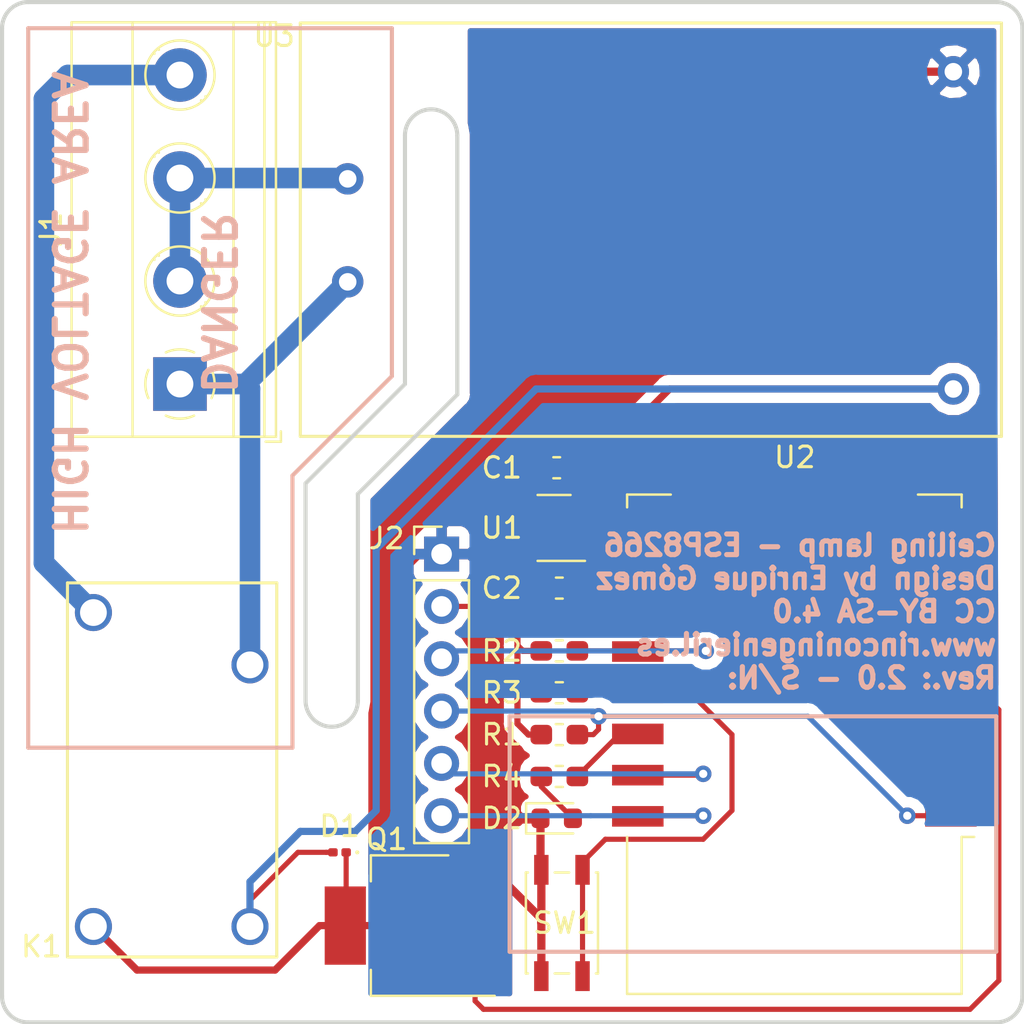
<source format=kicad_pcb>
(kicad_pcb (version 20171130) (host pcbnew 5.0.2-bee76a0~70~ubuntu18.04.1)

  (general
    (thickness 1.6)
    (drawings 28)
    (tracks 167)
    (zones 0)
    (modules 16)
    (nets 27)
  )

  (page A4)
  (layers
    (0 F.Cu signal)
    (31 B.Cu signal)
    (32 B.Adhes user hide)
    (33 F.Adhes user hide)
    (34 B.Paste user hide)
    (35 F.Paste user hide)
    (36 B.SilkS user)
    (37 F.SilkS user)
    (38 B.Mask user)
    (39 F.Mask user)
    (40 Dwgs.User user hide)
    (41 Cmts.User user hide)
    (42 Eco1.User user hide)
    (43 Eco2.User user hide)
    (44 Edge.Cuts user)
    (45 Margin user hide)
    (46 B.CrtYd user hide)
    (47 F.CrtYd user hide)
    (48 B.Fab user hide)
    (49 F.Fab user hide)
  )

  (setup
    (last_trace_width 0.25)
    (user_trace_width 0.3)
    (user_trace_width 0.35)
    (user_trace_width 0.4)
    (user_trace_width 0.5)
    (user_trace_width 0.762)
    (user_trace_width 1)
    (user_trace_width 1.8)
    (user_trace_width 2)
    (trace_clearance 0.2)
    (zone_clearance 0.508)
    (zone_45_only no)
    (trace_min 0.2)
    (segment_width 0.2)
    (edge_width 0.2)
    (via_size 0.8)
    (via_drill 0.4)
    (via_min_size 0.3)
    (via_min_drill 0.3)
    (user_via 0.6 0.3)
    (user_via 0.8 0.4)
    (user_via 1 0.5)
    (uvia_size 0.3)
    (uvia_drill 0.1)
    (uvias_allowed no)
    (uvia_min_size 0.2)
    (uvia_min_drill 0.1)
    (pcb_text_width 0.3)
    (pcb_text_size 1.5 1.5)
    (mod_edge_width 0.15)
    (mod_text_size 1 1)
    (mod_text_width 0.15)
    (pad_size 5 5)
    (pad_drill 3.5)
    (pad_to_mask_clearance 0.075)
    (solder_mask_min_width 0.25)
    (aux_axis_origin 68.58 96.52)
    (visible_elements FFFFFF7F)
    (pcbplotparams
      (layerselection 0x010f0_ffffffff)
      (usegerberextensions true)
      (usegerberattributes false)
      (usegerberadvancedattributes false)
      (creategerberjobfile false)
      (excludeedgelayer true)
      (linewidth 0.100000)
      (plotframeref false)
      (viasonmask false)
      (mode 1)
      (useauxorigin false)
      (hpglpennumber 1)
      (hpglpenspeed 20)
      (hpglpendiameter 15.000000)
      (psnegative false)
      (psa4output false)
      (plotreference true)
      (plotvalue true)
      (plotinvisibletext false)
      (padsonsilk false)
      (subtractmaskfromsilk false)
      (outputformat 1)
      (mirror false)
      (drillshape 0)
      (scaleselection 1)
      (outputdirectory "../../Manufacturing_GERBERs/Ceiling_lamp_V_2_0/"))
  )

  (net 0 "")
  (net 1 +5V)
  (net 2 "Net-(D1-Pad1)")
  (net 3 "Net-(J1-Pad2)")
  (net 4 GND)
  (net 5 "Net-(D2-Pad2)")
  (net 6 +3V3)
  (net 7 /Button)
  (net 8 /Flash)
  (net 9 /Rst)
  (net 10 "Net-(U2-Pad2)")
  (net 11 /Relay)
  (net 12 "Net-(U2-Pad5)")
  (net 13 "Net-(U2-Pad6)")
  (net 14 "Net-(U2-Pad7)")
  (net 15 "Net-(U2-Pad9)")
  (net 16 "Net-(U2-Pad10)")
  (net 17 "Net-(U2-Pad11)")
  (net 18 "Net-(U2-Pad12)")
  (net 19 "Net-(U2-Pad13)")
  (net 20 "Net-(U2-Pad14)")
  (net 21 /RX)
  (net 22 /TX)
  (net 23 "Net-(U1-Pad4)")
  (net 24 /LED)
  (net 25 /RelayL)
  (net 26 /RelayC)

  (net_class Default "This is the default net class."
    (clearance 0.2)
    (trace_width 0.25)
    (via_dia 0.8)
    (via_drill 0.4)
    (uvia_dia 0.3)
    (uvia_drill 0.1)
    (add_net +3V3)
    (add_net +5V)
    (add_net /Button)
    (add_net /Flash)
    (add_net /LED)
    (add_net /RX)
    (add_net /Relay)
    (add_net /RelayC)
    (add_net /RelayL)
    (add_net /Rst)
    (add_net /TX)
    (add_net GND)
    (add_net "Net-(D1-Pad1)")
    (add_net "Net-(D2-Pad2)")
    (add_net "Net-(J1-Pad2)")
    (add_net "Net-(U1-Pad4)")
    (add_net "Net-(U2-Pad10)")
    (add_net "Net-(U2-Pad11)")
    (add_net "Net-(U2-Pad12)")
    (add_net "Net-(U2-Pad13)")
    (add_net "Net-(U2-Pad14)")
    (add_net "Net-(U2-Pad2)")
    (add_net "Net-(U2-Pad5)")
    (add_net "Net-(U2-Pad6)")
    (add_net "Net-(U2-Pad7)")
    (add_net "Net-(U2-Pad9)")
  )

  (module red:HLK-PM01 (layer F.Cu) (tedit 5C0EA8EE) (tstamp 5C173722)
    (at 83.058 68.072)
    (path /5C0B0BFF)
    (fp_text reference U3 (at -1.27 -19.431) (layer F.SilkS)
      (effects (font (size 1 1) (thickness 0.15)))
    )
    (fp_text value HLK-PM01 (at 8.255 -1.778) (layer F.Fab) hide
      (effects (font (size 1 1) (thickness 0.15)))
    )
    (fp_line (start 0 0) (end 0 -20.066) (layer F.SilkS) (width 0.15))
    (fp_line (start 0 -20.066) (end 34.036 -20.066) (layer F.SilkS) (width 0.15))
    (fp_line (start 34.036 -20.066) (end 34.036 0) (layer F.SilkS) (width 0.15))
    (fp_line (start 34.036 0) (end 0 0) (layer F.SilkS) (width 0.15))
    (pad 1 thru_hole circle (at 2.3 -12.5) (size 1.524 1.524) (drill 0.85) (layers *.Cu *.Mask)
      (net 3 "Net-(J1-Pad2)"))
    (pad 2 thru_hole circle (at 2.3 -7.5) (size 1.524 1.524) (drill 0.85) (layers *.Cu *.Mask)
      (net 25 /RelayL))
    (pad 3 thru_hole circle (at 31.7 -17.7) (size 1.524 1.524) (drill 0.85) (layers *.Cu *.Mask)
      (net 4 GND))
    (pad 4 thru_hole circle (at 31.7 -2.3) (size 1.524 1.524) (drill 0.85) (layers *.Cu *.Mask)
      (net 1 +5V))
    (model ${KIPRJMOD}/3dpackages/AC-DC_HLK-PM01.wrl
      (at (xyz 0 0 0))
      (scale (xyz 0.394 0.394 0.394))
      (rotate (xyz 0 0 0))
    )
  )

  (module Package_SO:TSOP-5_1.65x3.05mm_P0.95mm (layer F.Cu) (tedit 5C0AE56F) (tstamp 5C173899)
    (at 95.377 72.517 180)
    (descr "TSOP-5 package (comparable to TSOT-23), https://www.vishay.com/docs/71200/71200.pdf")
    (tags "Jedec MO-193C TSOP-5L")
    (path /5C097A30)
    (attr smd)
    (fp_text reference U1 (at 2.54 0) (layer F.SilkS)
      (effects (font (size 1 1) (thickness 0.15)))
    )
    (fp_text value BU33SD5WG-TR (at 0 2.5 180) (layer F.Fab) hide
      (effects (font (size 1 1) (thickness 0.15)))
    )
    (fp_text user %R (at 0 0 90) (layer F.Fab)
      (effects (font (size 0.5 0.5) (thickness 0.075)))
    )
    (fp_line (start -0.8 1.6) (end 0.8 1.6) (layer F.SilkS) (width 0.12))
    (fp_line (start 0.8 -1.6) (end -1.5 -1.6) (layer F.SilkS) (width 0.12))
    (fp_line (start -0.825 -1.1) (end -0.425 -1.525) (layer F.Fab) (width 0.1))
    (fp_line (start 0.825 -1.525) (end -0.425 -1.525) (layer F.Fab) (width 0.1))
    (fp_line (start -0.825 -1.1) (end -0.825 1.525) (layer F.Fab) (width 0.1))
    (fp_line (start 0.825 1.525) (end -0.825 1.525) (layer F.Fab) (width 0.1))
    (fp_line (start 0.825 -1.525) (end 0.825 1.525) (layer F.Fab) (width 0.1))
    (fp_line (start -1.76 -1.78) (end 1.76 -1.78) (layer F.CrtYd) (width 0.05))
    (fp_line (start -1.76 -1.78) (end -1.76 1.77) (layer F.CrtYd) (width 0.05))
    (fp_line (start 1.76 1.77) (end 1.76 -1.78) (layer F.CrtYd) (width 0.05))
    (fp_line (start 1.76 1.77) (end -1.76 1.77) (layer F.CrtYd) (width 0.05))
    (pad 1 smd rect (at -1.16 -0.95 180) (size 0.7 0.51) (layers F.Cu F.Paste F.Mask)
      (net 1 +5V))
    (pad 2 smd rect (at -1.16 0 180) (size 0.7 0.51) (layers F.Cu F.Paste F.Mask)
      (net 4 GND))
    (pad 3 smd rect (at -1.16 0.95 180) (size 0.7 0.51) (layers F.Cu F.Paste F.Mask)
      (net 1 +5V))
    (pad 4 smd rect (at 1.16 0.95 180) (size 0.7 0.51) (layers F.Cu F.Paste F.Mask)
      (net 23 "Net-(U1-Pad4)"))
    (pad 5 smd rect (at 1.16 -0.95 180) (size 0.7 0.51) (layers F.Cu F.Paste F.Mask)
      (net 6 +3V3))
    (model ${KISYS3DMOD}/Package_SO.3dshapes/TSOP-5_1.65x3.05mm_P0.95mm.wrl
      (at (xyz 0 0 0))
      (scale (xyz 1 1 1))
      (rotate (xyz 0 0 0))
    )
  )

  (module Button_Switch_SMD:SW_SPST_EVQP2 (layer F.Cu) (tedit 5C0AE71F) (tstamp 5C173916)
    (at 95.758 91.694 270)
    (descr "Light Touch Switch")
    (path /5C0C9480)
    (attr smd)
    (fp_text reference SW1 (at 0 -0.127 180) (layer F.SilkS)
      (effects (font (size 1 1) (thickness 0.15)))
    )
    (fp_text value SW_Push (at 0 3 270) (layer F.Fab) hide
      (effects (font (size 1 1) (thickness 0.15)))
    )
    (fp_line (start -2.35 -1.75) (end 2.35 -1.75) (layer F.Fab) (width 0.1))
    (fp_line (start 2.35 -1.75) (end 2.35 1.75) (layer F.Fab) (width 0.1))
    (fp_line (start 2.35 1.75) (end -2.35 1.75) (layer F.Fab) (width 0.1))
    (fp_line (start -2.35 1.75) (end -2.35 -1.75) (layer F.Fab) (width 0.1))
    (fp_text user %R (at -5.588 -1.016 270) (layer F.Fab) hide
      (effects (font (size 1 1) (thickness 0.15)))
    )
    (fp_line (start -3.55 -2) (end 3.55 -2) (layer F.CrtYd) (width 0.05))
    (fp_line (start 3.55 -2) (end 3.55 2) (layer F.CrtYd) (width 0.05))
    (fp_line (start 3.55 2) (end -3.55 2) (layer F.CrtYd) (width 0.05))
    (fp_line (start -3.55 2) (end -3.55 -2) (layer F.CrtYd) (width 0.05))
    (fp_line (start 2.45 -1.75) (end 2.45 -1.65) (layer F.SilkS) (width 0.12))
    (fp_line (start 2.45 1.75) (end 2.45 1.65) (layer F.SilkS) (width 0.12))
    (fp_line (start -2.45 1.65) (end -2.45 1.75) (layer F.SilkS) (width 0.12))
    (fp_line (start -2.45 -1.75) (end -2.45 -1.65) (layer F.SilkS) (width 0.12))
    (fp_line (start -2.45 -0.35) (end -2.45 0.35) (layer F.SilkS) (width 0.12))
    (fp_line (start 2.45 -0.35) (end 2.45 0.35) (layer F.SilkS) (width 0.12))
    (fp_line (start 2.45 -1.75) (end -2.45 -1.75) (layer F.SilkS) (width 0.12))
    (fp_line (start -2.45 1.75) (end 2.45 1.75) (layer F.SilkS) (width 0.12))
    (fp_circle (center 0 0) (end 0.9 0) (layer F.Fab) (width 0.1))
    (pad 1 smd rect (at 2.58 -1 270) (size 1.45 0.7) (layers F.Cu F.Paste F.Mask)
      (net 7 /Button))
    (pad 1 smd rect (at -2.58 -1 270) (size 1.45 0.7) (layers F.Cu F.Paste F.Mask)
      (net 7 /Button))
    (pad 2 smd rect (at -2.58 1 270) (size 1.45 0.7) (layers F.Cu F.Paste F.Mask)
      (net 4 GND))
    (pad 2 smd rect (at 2.58 1 270) (size 1.45 0.7) (layers F.Cu F.Paste F.Mask)
      (net 4 GND))
    (model ${KIPRJMOD}/3dpackages/PTS647SN70SMTR2LFS.wrl
      (at (xyz 0 0 0))
      (scale (xyz 0.27 0.27 0.27))
      (rotate (xyz 0 90 90))
    )
  )

  (module Capacitor_SMD:C_0603_1608Metric (layer F.Cu) (tedit 5C0AE5E7) (tstamp 5C1738FC)
    (at 95.631 75.438)
    (descr "Capacitor SMD 0603 (1608 Metric), square (rectangular) end terminal, IPC_7351 nominal, (Body size source: http://www.tortai-tech.com/upload/download/2011102023233369053.pdf), generated with kicad-footprint-generator")
    (tags capacitor)
    (path /5C099656)
    (attr smd)
    (fp_text reference C2 (at -2.794 0) (layer F.SilkS)
      (effects (font (size 1 1) (thickness 0.15)))
    )
    (fp_text value 0.47uF (at 0 1.43) (layer F.Fab) hide
      (effects (font (size 1 1) (thickness 0.15)))
    )
    (fp_text user %R (at 0 0) (layer F.Fab)
      (effects (font (size 0.4 0.4) (thickness 0.06)))
    )
    (fp_line (start 1.48 0.73) (end -1.48 0.73) (layer F.CrtYd) (width 0.05))
    (fp_line (start 1.48 -0.73) (end 1.48 0.73) (layer F.CrtYd) (width 0.05))
    (fp_line (start -1.48 -0.73) (end 1.48 -0.73) (layer F.CrtYd) (width 0.05))
    (fp_line (start -1.48 0.73) (end -1.48 -0.73) (layer F.CrtYd) (width 0.05))
    (fp_line (start -0.162779 0.51) (end 0.162779 0.51) (layer F.SilkS) (width 0.12))
    (fp_line (start -0.162779 -0.51) (end 0.162779 -0.51) (layer F.SilkS) (width 0.12))
    (fp_line (start 0.8 0.4) (end -0.8 0.4) (layer F.Fab) (width 0.1))
    (fp_line (start 0.8 -0.4) (end 0.8 0.4) (layer F.Fab) (width 0.1))
    (fp_line (start -0.8 -0.4) (end 0.8 -0.4) (layer F.Fab) (width 0.1))
    (fp_line (start -0.8 0.4) (end -0.8 -0.4) (layer F.Fab) (width 0.1))
    (pad 2 smd roundrect (at 0.7875 0) (size 0.875 0.95) (layers F.Cu F.Paste F.Mask) (roundrect_rratio 0.25)
      (net 4 GND))
    (pad 1 smd roundrect (at -0.7875 0) (size 0.875 0.95) (layers F.Cu F.Paste F.Mask) (roundrect_rratio 0.25)
      (net 6 +3V3))
    (model ${KISYS3DMOD}/Capacitor_SMD.3dshapes/C_0603_1608Metric.wrl
      (at (xyz 0 0 0))
      (scale (xyz 1 1 1))
      (rotate (xyz 0 0 0))
    )
  )

  (module Capacitor_SMD:C_0603_1608Metric (layer F.Cu) (tedit 5C0AE5EA) (tstamp 5C1738EB)
    (at 95.504 69.596 180)
    (descr "Capacitor SMD 0603 (1608 Metric), square (rectangular) end terminal, IPC_7351 nominal, (Body size source: http://www.tortai-tech.com/upload/download/2011102023233369053.pdf), generated with kicad-footprint-generator")
    (tags capacitor)
    (path /5C099530)
    (attr smd)
    (fp_text reference C1 (at 2.667 0 180) (layer F.SilkS)
      (effects (font (size 1 1) (thickness 0.15)))
    )
    (fp_text value 0.47uF (at 0 1.43 180) (layer F.Fab) hide
      (effects (font (size 1 1) (thickness 0.15)))
    )
    (fp_line (start -0.8 0.4) (end -0.8 -0.4) (layer F.Fab) (width 0.1))
    (fp_line (start -0.8 -0.4) (end 0.8 -0.4) (layer F.Fab) (width 0.1))
    (fp_line (start 0.8 -0.4) (end 0.8 0.4) (layer F.Fab) (width 0.1))
    (fp_line (start 0.8 0.4) (end -0.8 0.4) (layer F.Fab) (width 0.1))
    (fp_line (start -0.162779 -0.51) (end 0.162779 -0.51) (layer F.SilkS) (width 0.12))
    (fp_line (start -0.162779 0.51) (end 0.162779 0.51) (layer F.SilkS) (width 0.12))
    (fp_line (start -1.48 0.73) (end -1.48 -0.73) (layer F.CrtYd) (width 0.05))
    (fp_line (start -1.48 -0.73) (end 1.48 -0.73) (layer F.CrtYd) (width 0.05))
    (fp_line (start 1.48 -0.73) (end 1.48 0.73) (layer F.CrtYd) (width 0.05))
    (fp_line (start 1.48 0.73) (end -1.48 0.73) (layer F.CrtYd) (width 0.05))
    (fp_text user %R (at 0 0 180) (layer F.Fab)
      (effects (font (size 0.4 0.4) (thickness 0.06)))
    )
    (pad 1 smd roundrect (at -0.7875 0 180) (size 0.875 0.95) (layers F.Cu F.Paste F.Mask) (roundrect_rratio 0.25)
      (net 1 +5V))
    (pad 2 smd roundrect (at 0.7875 0 180) (size 0.875 0.95) (layers F.Cu F.Paste F.Mask) (roundrect_rratio 0.25)
      (net 4 GND))
    (model ${KISYS3DMOD}/Capacitor_SMD.3dshapes/C_0603_1608Metric.wrl
      (at (xyz 0 0 0))
      (scale (xyz 1 1 1))
      (rotate (xyz 0 0 0))
    )
  )

  (module Connector_PinHeader_2.54mm:PinHeader_1x06_P2.54mm_Vertical (layer F.Cu) (tedit 5C0AE9F9) (tstamp 5C1738DA)
    (at 89.916 73.787)
    (descr "Through hole straight pin header, 1x06, 2.54mm pitch, single row")
    (tags "Through hole pin header THT 1x06 2.54mm single row")
    (path /5C0A9857)
    (fp_text reference J2 (at -2.667 -0.762 180) (layer F.SilkS)
      (effects (font (size 1 1) (thickness 0.15)))
    )
    (fp_text value Conn_01x06_Female (at 0 15.03) (layer F.Fab) hide
      (effects (font (size 1 1) (thickness 0.15)))
    )
    (fp_line (start -0.635 -1.27) (end 1.27 -1.27) (layer F.Fab) (width 0.1))
    (fp_line (start 1.27 -1.27) (end 1.27 13.97) (layer F.Fab) (width 0.1))
    (fp_line (start 1.27 13.97) (end -1.27 13.97) (layer F.Fab) (width 0.1))
    (fp_line (start -1.27 13.97) (end -1.27 -0.635) (layer F.Fab) (width 0.1))
    (fp_line (start -1.27 -0.635) (end -0.635 -1.27) (layer F.Fab) (width 0.1))
    (fp_line (start -1.33 14.03) (end 1.33 14.03) (layer F.SilkS) (width 0.12))
    (fp_line (start -1.33 1.27) (end -1.33 14.03) (layer F.SilkS) (width 0.12))
    (fp_line (start 1.33 1.27) (end 1.33 14.03) (layer F.SilkS) (width 0.12))
    (fp_line (start -1.33 1.27) (end 1.33 1.27) (layer F.SilkS) (width 0.12))
    (fp_line (start -1.33 0) (end -1.33 -1.33) (layer F.SilkS) (width 0.12))
    (fp_line (start -1.33 -1.33) (end 0 -1.33) (layer F.SilkS) (width 0.12))
    (fp_line (start -1.8 -1.8) (end -1.8 14.5) (layer F.CrtYd) (width 0.05))
    (fp_line (start -1.8 14.5) (end 1.8 14.5) (layer F.CrtYd) (width 0.05))
    (fp_line (start 1.8 14.5) (end 1.8 -1.8) (layer F.CrtYd) (width 0.05))
    (fp_line (start 1.8 -1.8) (end -1.8 -1.8) (layer F.CrtYd) (width 0.05))
    (fp_text user %R (at 0 6.35 90) (layer F.Fab)
      (effects (font (size 1 1) (thickness 0.15)))
    )
    (pad 1 thru_hole rect (at 0 0) (size 1.7 1.7) (drill 1) (layers *.Cu *.Mask)
      (net 4 GND))
    (pad 2 thru_hole oval (at 0 2.54) (size 1.7 1.7) (drill 1) (layers *.Cu *.Mask)
      (net 6 +3V3))
    (pad 3 thru_hole oval (at 0 5.08) (size 1.7 1.7) (drill 1) (layers *.Cu *.Mask)
      (net 8 /Flash))
    (pad 4 thru_hole oval (at 0 7.62) (size 1.7 1.7) (drill 1) (layers *.Cu *.Mask)
      (net 9 /Rst))
    (pad 5 thru_hole oval (at 0 10.16) (size 1.7 1.7) (drill 1) (layers *.Cu *.Mask)
      (net 21 /RX))
    (pad 6 thru_hole oval (at 0 12.7) (size 1.7 1.7) (drill 1) (layers *.Cu *.Mask)
      (net 22 /TX))
    (model ${KISYS3DMOD}/Connector_PinHeader_2.54mm.3dshapes/PinHeader_1x06_P2.54mm_Vertical.wrl
      (at (xyz 0 0 0))
      (scale (xyz 1 1 1))
      (rotate (xyz 0 0 0))
    )
  )

  (module Diode_SMD:D_0201_0603Metric (layer F.Cu) (tedit 5C0AE8BC) (tstamp 5C1738C0)
    (at 84.963 88.265 180)
    (descr "Diode SMD 0201 (0603 Metric), square (rectangular) end terminal, IPC_7351 nominal, (Body size source: https://www.vishay.com/docs/20052/crcw0201e3.pdf), generated with kicad-footprint-generator")
    (tags diode)
    (path /5C0ACAFD)
    (attr smd)
    (fp_text reference D1 (at 0 1.27) (layer F.SilkS)
      (effects (font (size 1 1) (thickness 0.15)))
    )
    (fp_text value RGF1B (at 0 1.05 180) (layer F.Fab) hide
      (effects (font (size 1 1) (thickness 0.15)))
    )
    (fp_circle (center -0.86 0) (end -0.81 0) (layer F.SilkS) (width 0.1))
    (fp_line (start -0.3 0.15) (end -0.3 -0.15) (layer F.Fab) (width 0.1))
    (fp_line (start -0.3 -0.15) (end 0.3 -0.15) (layer F.Fab) (width 0.1))
    (fp_line (start 0.3 -0.15) (end 0.3 0.15) (layer F.Fab) (width 0.1))
    (fp_line (start 0.3 0.15) (end -0.3 0.15) (layer F.Fab) (width 0.1))
    (fp_line (start -0.2 0.15) (end -0.2 -0.15) (layer F.Fab) (width 0.1))
    (fp_line (start -0.1 0.15) (end -0.1 -0.15) (layer F.Fab) (width 0.1))
    (fp_line (start -0.7 0.35) (end -0.7 -0.35) (layer F.CrtYd) (width 0.05))
    (fp_line (start -0.7 -0.35) (end 0.7 -0.35) (layer F.CrtYd) (width 0.05))
    (fp_line (start 0.7 -0.35) (end 0.7 0.35) (layer F.CrtYd) (width 0.05))
    (fp_line (start 0.7 0.35) (end -0.7 0.35) (layer F.CrtYd) (width 0.05))
    (fp_text user %R (at 0 -0.68 180) (layer F.Fab)
      (effects (font (size 0.25 0.25) (thickness 0.04)))
    )
    (pad "" smd roundrect (at -0.345 0 180) (size 0.318 0.36) (layers F.Paste) (roundrect_rratio 0.25))
    (pad "" smd roundrect (at 0.345 0 180) (size 0.318 0.36) (layers F.Paste) (roundrect_rratio 0.25))
    (pad 1 smd roundrect (at -0.32 0 180) (size 0.46 0.4) (layers F.Cu F.Mask) (roundrect_rratio 0.25)
      (net 2 "Net-(D1-Pad1)"))
    (pad 2 smd roundrect (at 0.32 0 180) (size 0.46 0.4) (layers F.Cu F.Mask) (roundrect_rratio 0.25)
      (net 1 +5V))
    (model ${KIPRJMOD}/3dpackages/AB2_DO-214AC.wrl
      (at (xyz 0 0 0))
      (scale (xyz 0.1 0.1 0.1))
      (rotate (xyz 0 0 0))
    )
  )

  (module LED_SMD:LED_0603_1608Metric (layer F.Cu) (tedit 5C0AE56C) (tstamp 5C1738AC)
    (at 95.504 86.614)
    (descr "LED SMD 0603 (1608 Metric), square (rectangular) end terminal, IPC_7351 nominal, (Body size source: http://www.tortai-tech.com/upload/download/2011102023233369053.pdf), generated with kicad-footprint-generator")
    (tags diode)
    (path /5C0E8F47)
    (attr smd)
    (fp_text reference D2 (at -2.667 0) (layer F.SilkS)
      (effects (font (size 1 1) (thickness 0.15)))
    )
    (fp_text value LED_verde (at 0 1.43) (layer F.Fab) hide
      (effects (font (size 1 1) (thickness 0.15)))
    )
    (fp_line (start 0.8 -0.4) (end -0.5 -0.4) (layer F.Fab) (width 0.1))
    (fp_line (start -0.5 -0.4) (end -0.8 -0.1) (layer F.Fab) (width 0.1))
    (fp_line (start -0.8 -0.1) (end -0.8 0.4) (layer F.Fab) (width 0.1))
    (fp_line (start -0.8 0.4) (end 0.8 0.4) (layer F.Fab) (width 0.1))
    (fp_line (start 0.8 0.4) (end 0.8 -0.4) (layer F.Fab) (width 0.1))
    (fp_line (start 0.8 -0.735) (end -1.485 -0.735) (layer F.SilkS) (width 0.12))
    (fp_line (start -1.485 -0.735) (end -1.485 0.735) (layer F.SilkS) (width 0.12))
    (fp_line (start -1.485 0.735) (end 0.8 0.735) (layer F.SilkS) (width 0.12))
    (fp_line (start -1.48 0.73) (end -1.48 -0.73) (layer F.CrtYd) (width 0.05))
    (fp_line (start -1.48 -0.73) (end 1.48 -0.73) (layer F.CrtYd) (width 0.05))
    (fp_line (start 1.48 -0.73) (end 1.48 0.73) (layer F.CrtYd) (width 0.05))
    (fp_line (start 1.48 0.73) (end -1.48 0.73) (layer F.CrtYd) (width 0.05))
    (fp_text user %R (at 0 0 180) (layer F.Fab)
      (effects (font (size 0.4 0.4) (thickness 0.06)))
    )
    (pad 1 smd roundrect (at -0.7875 0) (size 0.875 0.95) (layers F.Cu F.Paste F.Mask) (roundrect_rratio 0.25)
      (net 4 GND))
    (pad 2 smd roundrect (at 0.7875 0) (size 0.875 0.95) (layers F.Cu F.Paste F.Mask) (roundrect_rratio 0.25)
      (net 5 "Net-(D2-Pad2)"))
    (model ${KISYS3DMOD}/LED_SMD.3dshapes/LED_0603_1608Metric.wrl
      (at (xyz 0 0 0))
      (scale (xyz 1 1 1))
      (rotate (xyz 0 0 0))
    )
  )

  (module RF_Module:ESP-12E (layer F.Cu) (tedit 5C0AE7AC) (tstamp 5C17386F)
    (at 107.041 83.018 180)
    (descr "Wi-Fi Module, http://wiki.ai-thinker.com/_media/esp8266/docs/aithinker_esp_12f_datasheet_en.pdf")
    (tags "Wi-Fi Module")
    (path /5C096F0A)
    (attr smd)
    (fp_text reference U2 (at -0.02 13.93 180) (layer F.SilkS)
      (effects (font (size 1 1) (thickness 0.15)))
    )
    (fp_text value ESP-12E (at -0.06 -12.78 180) (layer F.Fab) hide
      (effects (font (size 1 1) (thickness 0.15)))
    )
    (fp_text user Antenna (at -0.06 -7) (layer Cmts.User)
      (effects (font (size 1 1) (thickness 0.15)))
    )
    (fp_text user "KEEP-OUT ZONE" (at 0.03 -9.55) (layer Cmts.User)
      (effects (font (size 1 1) (thickness 0.15)))
    )
    (fp_text user %R (at 0.49 -0.8 180) (layer F.Fab) hide
      (effects (font (size 1 1) (thickness 0.15)))
    )
    (fp_line (start -8 -12) (end 8 -12) (layer F.Fab) (width 0.12))
    (fp_line (start 8 -12) (end 8 12) (layer F.Fab) (width 0.12))
    (fp_line (start 8 12) (end -8 12) (layer F.Fab) (width 0.12))
    (fp_line (start -8 12) (end -8 -3) (layer F.Fab) (width 0.12))
    (fp_line (start -8 -3) (end -7.5 -3.5) (layer F.Fab) (width 0.12))
    (fp_line (start -7.5 -3.5) (end -8 -4) (layer F.Fab) (width 0.12))
    (fp_line (start -8 -4) (end -8 -12) (layer F.Fab) (width 0.12))
    (fp_line (start -9.05 -12.2) (end 9.05 -12.2) (layer F.CrtYd) (width 0.05))
    (fp_line (start 9.05 -12.2) (end 9.05 13.1) (layer F.CrtYd) (width 0.05))
    (fp_line (start 9.05 13.1) (end -9.05 13.1) (layer F.CrtYd) (width 0.05))
    (fp_line (start -9.05 13.1) (end -9.05 -12.2) (layer F.CrtYd) (width 0.05))
    (fp_line (start -8.12 -12.12) (end 8.12 -12.12) (layer F.SilkS) (width 0.12))
    (fp_line (start 8.12 -12.12) (end 8.12 -4.5) (layer F.SilkS) (width 0.12))
    (fp_line (start 8.12 11.5) (end 8.12 12.12) (layer F.SilkS) (width 0.12))
    (fp_line (start 8.12 12.12) (end 6 12.12) (layer F.SilkS) (width 0.12))
    (fp_line (start -6 12.12) (end -8.12 12.12) (layer F.SilkS) (width 0.12))
    (fp_line (start -8.12 12.12) (end -8.12 11.5) (layer F.SilkS) (width 0.12))
    (fp_line (start -8.12 -4.5) (end -8.12 -12.12) (layer F.SilkS) (width 0.12))
    (fp_line (start -8.12 -4.5) (end -8.73 -4.5) (layer F.SilkS) (width 0.12))
    (fp_line (start -8.12 -12.12) (end 8.12 -12.12) (layer Dwgs.User) (width 0.12))
    (fp_line (start 8.12 -12.12) (end 8.12 -4.8) (layer Dwgs.User) (width 0.12))
    (fp_line (start 8.12 -4.8) (end -8.12 -4.8) (layer Dwgs.User) (width 0.12))
    (fp_line (start -8.12 -4.8) (end -8.12 -12.12) (layer Dwgs.User) (width 0.12))
    (fp_line (start -8.12 -9.12) (end -5.12 -12.12) (layer Dwgs.User) (width 0.12))
    (fp_line (start -8.12 -6.12) (end -2.12 -12.12) (layer Dwgs.User) (width 0.12))
    (fp_line (start -6.44 -4.8) (end 0.88 -12.12) (layer Dwgs.User) (width 0.12))
    (fp_line (start -3.44 -4.8) (end 3.88 -12.12) (layer Dwgs.User) (width 0.12))
    (fp_line (start -0.44 -4.8) (end 6.88 -12.12) (layer Dwgs.User) (width 0.12))
    (fp_line (start 2.56 -4.8) (end 8.12 -10.36) (layer Dwgs.User) (width 0.12))
    (fp_line (start 5.56 -4.8) (end 8.12 -7.36) (layer Dwgs.User) (width 0.12))
    (pad 1 smd rect (at -7.6 -3.5 180) (size 2.5 1) (layers F.Cu F.Paste F.Mask)
      (net 9 /Rst))
    (pad 2 smd rect (at -7.6 -1.5 180) (size 2.5 1) (layers F.Cu F.Paste F.Mask)
      (net 10 "Net-(U2-Pad2)"))
    (pad 3 smd rect (at -7.6 0.5 180) (size 2.5 1) (layers F.Cu F.Paste F.Mask)
      (net 6 +3V3))
    (pad 4 smd rect (at -7.6 2.5 180) (size 2.5 1) (layers F.Cu F.Paste F.Mask)
      (net 11 /Relay))
    (pad 5 smd rect (at -7.6 4.5 180) (size 2.5 1) (layers F.Cu F.Paste F.Mask)
      (net 12 "Net-(U2-Pad5)"))
    (pad 6 smd rect (at -7.6 6.5 180) (size 2.5 1) (layers F.Cu F.Paste F.Mask)
      (net 13 "Net-(U2-Pad6)"))
    (pad 7 smd rect (at -7.6 8.5 180) (size 2.5 1) (layers F.Cu F.Paste F.Mask)
      (net 14 "Net-(U2-Pad7)"))
    (pad 8 smd rect (at -7.6 10.5 180) (size 2.5 1) (layers F.Cu F.Paste F.Mask)
      (net 6 +3V3))
    (pad 9 smd rect (at -5 12 180) (size 1 1.8) (layers F.Cu F.Paste F.Mask)
      (net 15 "Net-(U2-Pad9)"))
    (pad 10 smd rect (at -3 12 180) (size 1 1.8) (layers F.Cu F.Paste F.Mask)
      (net 16 "Net-(U2-Pad10)"))
    (pad 11 smd rect (at -1 12 180) (size 1 1.8) (layers F.Cu F.Paste F.Mask)
      (net 17 "Net-(U2-Pad11)"))
    (pad 12 smd rect (at 1 12 180) (size 1 1.8) (layers F.Cu F.Paste F.Mask)
      (net 18 "Net-(U2-Pad12)"))
    (pad 13 smd rect (at 3 12 180) (size 1 1.8) (layers F.Cu F.Paste F.Mask)
      (net 19 "Net-(U2-Pad13)"))
    (pad 14 smd rect (at 5 12 180) (size 1 1.8) (layers F.Cu F.Paste F.Mask)
      (net 20 "Net-(U2-Pad14)"))
    (pad 15 smd rect (at 7.6 10.5 180) (size 2.5 1) (layers F.Cu F.Paste F.Mask)
      (net 4 GND))
    (pad 16 smd rect (at 7.6 8.5 180) (size 2.5 1) (layers F.Cu F.Paste F.Mask)
      (net 4 GND))
    (pad 17 smd rect (at 7.6 6.5 180) (size 2.5 1) (layers F.Cu F.Paste F.Mask)
      (net 6 +3V3))
    (pad 18 smd rect (at 7.6 4.5 180) (size 2.5 1) (layers F.Cu F.Paste F.Mask)
      (net 8 /Flash))
    (pad 19 smd rect (at 7.6 2.5 180) (size 2.5 1) (layers F.Cu F.Paste F.Mask)
      (net 7 /Button))
    (pad 20 smd rect (at 7.6 0.5 180) (size 2.5 1) (layers F.Cu F.Paste F.Mask)
      (net 24 /LED))
    (pad 21 smd rect (at 7.6 -1.5 180) (size 2.5 1) (layers F.Cu F.Paste F.Mask)
      (net 21 /RX))
    (pad 22 smd rect (at 7.6 -3.5 180) (size 2.5 1) (layers F.Cu F.Paste F.Mask)
      (net 22 /TX))
    (model ${KIPRJMOD}/3dpackages/ESP8266.wrl
      (offset (xyz 11.5 -13.5 0))
      (scale (xyz 0.4 0.4 0.4))
      (rotate (xyz 0 0 90))
    )
  )

  (module Resistor_SMD:R_0603_1608Metric_Pad1.05x0.95mm_HandSolder (layer F.Cu) (tedit 5C0AE758) (tstamp 5C173834)
    (at 95.631 82.55 180)
    (descr "Resistor SMD 0603 (1608 Metric), square (rectangular) end terminal, IPC_7351 nominal with elongated pad for handsoldering. (Body size source: http://www.tortai-tech.com/upload/download/2011102023233369053.pdf), generated with kicad-footprint-generator")
    (tags "resistor handsolder")
    (path /5C09F522)
    (attr smd)
    (fp_text reference R1 (at 2.794 0 180) (layer F.SilkS)
      (effects (font (size 1 1) (thickness 0.15)))
    )
    (fp_text value 10k (at 0 1.43 180) (layer F.Fab) hide
      (effects (font (size 1 1) (thickness 0.15)))
    )
    (fp_text user %R (at 0 0 180) (layer F.Fab)
      (effects (font (size 0.4 0.4) (thickness 0.06)))
    )
    (fp_line (start 1.65 0.73) (end -1.65 0.73) (layer F.CrtYd) (width 0.05))
    (fp_line (start 1.65 -0.73) (end 1.65 0.73) (layer F.CrtYd) (width 0.05))
    (fp_line (start -1.65 -0.73) (end 1.65 -0.73) (layer F.CrtYd) (width 0.05))
    (fp_line (start -1.65 0.73) (end -1.65 -0.73) (layer F.CrtYd) (width 0.05))
    (fp_line (start -0.171267 0.51) (end 0.171267 0.51) (layer F.SilkS) (width 0.12))
    (fp_line (start -0.171267 -0.51) (end 0.171267 -0.51) (layer F.SilkS) (width 0.12))
    (fp_line (start 0.8 0.4) (end -0.8 0.4) (layer F.Fab) (width 0.1))
    (fp_line (start 0.8 -0.4) (end 0.8 0.4) (layer F.Fab) (width 0.1))
    (fp_line (start -0.8 -0.4) (end 0.8 -0.4) (layer F.Fab) (width 0.1))
    (fp_line (start -0.8 0.4) (end -0.8 -0.4) (layer F.Fab) (width 0.1))
    (pad 2 smd roundrect (at 0.875 0 180) (size 1.05 0.95) (layers F.Cu F.Paste F.Mask) (roundrect_rratio 0.25)
      (net 6 +3V3))
    (pad 1 smd roundrect (at -0.875 0 180) (size 1.05 0.95) (layers F.Cu F.Paste F.Mask) (roundrect_rratio 0.25)
      (net 9 /Rst))
    (model ${KISYS3DMOD}/Resistor_SMD.3dshapes/R_0603_1608Metric.wrl
      (at (xyz 0 0 0))
      (scale (xyz 1 1 1))
      (rotate (xyz 0 0 0))
    )
  )

  (module Resistor_SMD:R_0603_1608Metric_Pad1.05x0.95mm_HandSolder (layer F.Cu) (tedit 5C0AE741) (tstamp 5C173823)
    (at 95.631 78.486)
    (descr "Resistor SMD 0603 (1608 Metric), square (rectangular) end terminal, IPC_7351 nominal with elongated pad for handsoldering. (Body size source: http://www.tortai-tech.com/upload/download/2011102023233369053.pdf), generated with kicad-footprint-generator")
    (tags "resistor handsolder")
    (path /5C0A0E94)
    (attr smd)
    (fp_text reference R2 (at -2.794 0) (layer F.SilkS)
      (effects (font (size 1 1) (thickness 0.15)))
    )
    (fp_text value 10k (at 0 1.43) (layer F.Fab) hide
      (effects (font (size 1 1) (thickness 0.15)))
    )
    (fp_line (start -0.8 0.4) (end -0.8 -0.4) (layer F.Fab) (width 0.1))
    (fp_line (start -0.8 -0.4) (end 0.8 -0.4) (layer F.Fab) (width 0.1))
    (fp_line (start 0.8 -0.4) (end 0.8 0.4) (layer F.Fab) (width 0.1))
    (fp_line (start 0.8 0.4) (end -0.8 0.4) (layer F.Fab) (width 0.1))
    (fp_line (start -0.171267 -0.51) (end 0.171267 -0.51) (layer F.SilkS) (width 0.12))
    (fp_line (start -0.171267 0.51) (end 0.171267 0.51) (layer F.SilkS) (width 0.12))
    (fp_line (start -1.65 0.73) (end -1.65 -0.73) (layer F.CrtYd) (width 0.05))
    (fp_line (start -1.65 -0.73) (end 1.65 -0.73) (layer F.CrtYd) (width 0.05))
    (fp_line (start 1.65 -0.73) (end 1.65 0.73) (layer F.CrtYd) (width 0.05))
    (fp_line (start 1.65 0.73) (end -1.65 0.73) (layer F.CrtYd) (width 0.05))
    (fp_text user %R (at 0 0.124999) (layer F.Fab)
      (effects (font (size 0.4 0.4) (thickness 0.06)))
    )
    (pad 1 smd roundrect (at -0.875 0) (size 1.05 0.95) (layers F.Cu F.Paste F.Mask) (roundrect_rratio 0.25)
      (net 6 +3V3))
    (pad 2 smd roundrect (at 0.875 0) (size 1.05 0.95) (layers F.Cu F.Paste F.Mask) (roundrect_rratio 0.25)
      (net 8 /Flash))
    (model ${KISYS3DMOD}/Resistor_SMD.3dshapes/R_0603_1608Metric.wrl
      (at (xyz 0 0 0))
      (scale (xyz 1 1 1))
      (rotate (xyz 0 0 0))
    )
  )

  (module Resistor_SMD:R_0603_1608Metric_Pad1.05x0.95mm_HandSolder (layer F.Cu) (tedit 5C0AE7BC) (tstamp 5C173812)
    (at 95.631 80.518 180)
    (descr "Resistor SMD 0603 (1608 Metric), square (rectangular) end terminal, IPC_7351 nominal with elongated pad for handsoldering. (Body size source: http://www.tortai-tech.com/upload/download/2011102023233369053.pdf), generated with kicad-footprint-generator")
    (tags "resistor handsolder")
    (path /5C0C9579)
    (attr smd)
    (fp_text reference R3 (at 2.794 0 180) (layer F.SilkS)
      (effects (font (size 1 1) (thickness 0.15)))
    )
    (fp_text value 10k (at 0 1.43 180) (layer F.Fab) hide
      (effects (font (size 1 1) (thickness 0.15)))
    )
    (fp_text user %R (at 0 0 180) (layer F.Fab)
      (effects (font (size 0.4 0.4) (thickness 0.06)))
    )
    (fp_line (start 1.65 0.73) (end -1.65 0.73) (layer F.CrtYd) (width 0.05))
    (fp_line (start 1.65 -0.73) (end 1.65 0.73) (layer F.CrtYd) (width 0.05))
    (fp_line (start -1.65 -0.73) (end 1.65 -0.73) (layer F.CrtYd) (width 0.05))
    (fp_line (start -1.65 0.73) (end -1.65 -0.73) (layer F.CrtYd) (width 0.05))
    (fp_line (start -0.171267 0.51) (end 0.171267 0.51) (layer F.SilkS) (width 0.12))
    (fp_line (start -0.171267 -0.51) (end 0.171267 -0.51) (layer F.SilkS) (width 0.12))
    (fp_line (start 0.8 0.4) (end -0.8 0.4) (layer F.Fab) (width 0.1))
    (fp_line (start 0.8 -0.4) (end 0.8 0.4) (layer F.Fab) (width 0.1))
    (fp_line (start -0.8 -0.4) (end 0.8 -0.4) (layer F.Fab) (width 0.1))
    (fp_line (start -0.8 0.4) (end -0.8 -0.4) (layer F.Fab) (width 0.1))
    (pad 2 smd roundrect (at 0.875 0 180) (size 1.05 0.95) (layers F.Cu F.Paste F.Mask) (roundrect_rratio 0.25)
      (net 6 +3V3))
    (pad 1 smd roundrect (at -0.875 0 180) (size 1.05 0.95) (layers F.Cu F.Paste F.Mask) (roundrect_rratio 0.25)
      (net 7 /Button))
    (model ${KISYS3DMOD}/Resistor_SMD.3dshapes/R_0603_1608Metric.wrl
      (at (xyz 0 0 0))
      (scale (xyz 1 1 1))
      (rotate (xyz 0 0 0))
    )
  )

  (module Resistor_SMD:R_0603_1608Metric_Pad1.05x0.95mm_HandSolder (layer F.Cu) (tedit 5C0AE568) (tstamp 5C173801)
    (at 95.631 84.582)
    (descr "Resistor SMD 0603 (1608 Metric), square (rectangular) end terminal, IPC_7351 nominal with elongated pad for handsoldering. (Body size source: http://www.tortai-tech.com/upload/download/2011102023233369053.pdf), generated with kicad-footprint-generator")
    (tags "resistor handsolder")
    (path /5C0E8E79)
    (attr smd)
    (fp_text reference R4 (at -2.794 0) (layer F.SilkS)
      (effects (font (size 1 1) (thickness 0.15)))
    )
    (fp_text value 82.5 (at 0 1.43) (layer F.Fab) hide
      (effects (font (size 1 1) (thickness 0.15)))
    )
    (fp_line (start -0.8 0.4) (end -0.8 -0.4) (layer F.Fab) (width 0.1))
    (fp_line (start -0.8 -0.4) (end 0.8 -0.4) (layer F.Fab) (width 0.1))
    (fp_line (start 0.8 -0.4) (end 0.8 0.4) (layer F.Fab) (width 0.1))
    (fp_line (start 0.8 0.4) (end -0.8 0.4) (layer F.Fab) (width 0.1))
    (fp_line (start -0.171267 -0.51) (end 0.171267 -0.51) (layer F.SilkS) (width 0.12))
    (fp_line (start -0.171267 0.51) (end 0.171267 0.51) (layer F.SilkS) (width 0.12))
    (fp_line (start -1.65 0.73) (end -1.65 -0.73) (layer F.CrtYd) (width 0.05))
    (fp_line (start -1.65 -0.73) (end 1.65 -0.73) (layer F.CrtYd) (width 0.05))
    (fp_line (start 1.65 -0.73) (end 1.65 0.73) (layer F.CrtYd) (width 0.05))
    (fp_line (start 1.65 0.73) (end -1.65 0.73) (layer F.CrtYd) (width 0.05))
    (fp_text user %R (at 0 0) (layer F.Fab)
      (effects (font (size 0.4 0.4) (thickness 0.06)))
    )
    (pad 1 smd roundrect (at -0.875 0) (size 1.05 0.95) (layers F.Cu F.Paste F.Mask) (roundrect_rratio 0.25)
      (net 5 "Net-(D2-Pad2)"))
    (pad 2 smd roundrect (at 0.875 0) (size 1.05 0.95) (layers F.Cu F.Paste F.Mask) (roundrect_rratio 0.25)
      (net 24 /LED))
    (model ${KISYS3DMOD}/Resistor_SMD.3dshapes/R_0603_1608Metric.wrl
      (at (xyz 0 0 0))
      (scale (xyz 1 1 1))
      (rotate (xyz 0 0 0))
    )
  )

  (module Package_TO_SOT_SMD:SOT-223 (layer F.Cu) (tedit 5A02FF57) (tstamp 5C2E6A60)
    (at 88.392 91.821 180)
    (descr "module CMS SOT223 4 pins")
    (tags "CMS SOT")
    (path /5C2E9661)
    (attr smd)
    (fp_text reference Q1 (at 1.143 4.191) (layer F.SilkS)
      (effects (font (size 1 1) (thickness 0.15)))
    )
    (fp_text value FDN537N (at 0 4.5 180) (layer F.Fab)
      (effects (font (size 1 1) (thickness 0.15)))
    )
    (fp_text user %R (at 0 0 -90) (layer F.Fab)
      (effects (font (size 0.8 0.8) (thickness 0.12)))
    )
    (fp_line (start -1.85 -2.3) (end -0.8 -3.35) (layer F.Fab) (width 0.1))
    (fp_line (start 1.91 3.41) (end 1.91 2.15) (layer F.SilkS) (width 0.12))
    (fp_line (start 1.91 -3.41) (end 1.91 -2.15) (layer F.SilkS) (width 0.12))
    (fp_line (start 4.4 -3.6) (end -4.4 -3.6) (layer F.CrtYd) (width 0.05))
    (fp_line (start 4.4 3.6) (end 4.4 -3.6) (layer F.CrtYd) (width 0.05))
    (fp_line (start -4.4 3.6) (end 4.4 3.6) (layer F.CrtYd) (width 0.05))
    (fp_line (start -4.4 -3.6) (end -4.4 3.6) (layer F.CrtYd) (width 0.05))
    (fp_line (start -1.85 -2.3) (end -1.85 3.35) (layer F.Fab) (width 0.1))
    (fp_line (start -1.85 3.41) (end 1.91 3.41) (layer F.SilkS) (width 0.12))
    (fp_line (start -0.8 -3.35) (end 1.85 -3.35) (layer F.Fab) (width 0.1))
    (fp_line (start -4.1 -3.41) (end 1.91 -3.41) (layer F.SilkS) (width 0.12))
    (fp_line (start -1.85 3.35) (end 1.85 3.35) (layer F.Fab) (width 0.1))
    (fp_line (start 1.85 -3.35) (end 1.85 3.35) (layer F.Fab) (width 0.1))
    (pad 4 smd rect (at 3.15 0 180) (size 2 3.8) (layers F.Cu F.Paste F.Mask)
      (net 2 "Net-(D1-Pad1)"))
    (pad 2 smd rect (at -3.15 0 180) (size 2 1.5) (layers F.Cu F.Paste F.Mask)
      (net 2 "Net-(D1-Pad1)"))
    (pad 3 smd rect (at -3.15 2.3 180) (size 2 1.5) (layers F.Cu F.Paste F.Mask)
      (net 4 GND))
    (pad 1 smd rect (at -3.15 -2.3 180) (size 2 1.5) (layers F.Cu F.Paste F.Mask)
      (net 11 /Relay))
    (model ${KISYS3DMOD}/Package_TO_SOT_SMD.3dshapes/SOT-223.wrl
      (at (xyz 0 0 0))
      (scale (xyz 1 1 1))
      (rotate (xyz 0 0 0))
    )
  )

  (module red:Rele-1461492-2 (layer F.Cu) (tedit 5C3A320E) (tstamp 5C3A448E)
    (at 81.915 93.345 90)
    (path /5C0AC50A)
    (fp_text reference K1 (at 0.508 -11.43 180) (layer F.SilkS)
      (effects (font (size 1 1) (thickness 0.15)))
    )
    (fp_text value 1461492-2 (at 9.271 -5.08 90) (layer F.Fab) hide
      (effects (font (size 1 1) (thickness 0.15)))
    )
    (fp_line (start 0 0) (end 18.161 0) (layer F.SilkS) (width 0.15))
    (fp_line (start 18.161 0) (end 18.161 -10.16) (layer F.SilkS) (width 0.15))
    (fp_line (start 18.161 -10.16) (end 0 -10.16) (layer F.SilkS) (width 0.15))
    (fp_line (start 0 -10.16) (end 0 0) (layer F.SilkS) (width 0.15))
    (pad 1 thru_hole circle (at 1.48 -1.3 90) (size 1.8 1.8) (drill 1.3) (layers *.Cu *.Mask)
      (net 1 +5V))
    (pad 2 thru_hole circle (at 1.48 -8.9 90) (size 1.8 1.8) (drill 1.3) (layers *.Cu *.Mask)
      (net 2 "Net-(D1-Pad1)"))
    (pad 3 thru_hole circle (at 16.72 -8.9 90) (size 1.8 1.8) (drill 1.3) (layers *.Cu *.Mask)
      (net 26 /RelayC))
    (pad 4 thru_hole circle (at 14.18 -1.3 90) (size 1.8 1.8) (drill 1.3) (layers *.Cu *.Mask)
      (net 25 /RelayL))
    (model ${KIPRJMOD}/3dpackages/Relay_655-1461492-2.wrl
      (offset (xyz 9.199999999999999 5 0))
      (scale (xyz 0.39 0.39 0.39))
      (rotate (xyz 180 0 0))
    )
  )

  (module TerminalBlock_Phoenix:TerminalBlock_Phoenix_MKDS-1,5-4_1x04_P5.00mm_Horizontal (layer F.Cu) (tedit 5B294EE5) (tstamp 5D6A0024)
    (at 77.216 65.532 90)
    (descr "Terminal Block Phoenix MKDS-1,5-4, 4 pins, pitch 5mm, size 20x9.8mm^2, drill diamater 1.3mm, pad diameter 2.6mm, see http://www.farnell.com/datasheets/100425.pdf, script-generated using https://github.com/pointhi/kicad-footprint-generator/scripts/TerminalBlock_Phoenix")
    (tags "THT Terminal Block Phoenix MKDS-1,5-4 pitch 5mm size 20x9.8mm^2 drill 1.3mm pad 2.6mm")
    (path /5D5E35BB)
    (fp_text reference J1 (at 7.5 -6.26 90) (layer F.SilkS)
      (effects (font (size 1 1) (thickness 0.15)))
    )
    (fp_text value Screw_Terminal_01x04 (at 7.5 5.66 90) (layer F.Fab)
      (effects (font (size 1 1) (thickness 0.15)))
    )
    (fp_arc (start 0 0) (end 0 1.68) (angle -24) (layer F.SilkS) (width 0.12))
    (fp_arc (start 0 0) (end 1.535 0.684) (angle -48) (layer F.SilkS) (width 0.12))
    (fp_arc (start 0 0) (end 0.684 -1.535) (angle -48) (layer F.SilkS) (width 0.12))
    (fp_arc (start 0 0) (end -1.535 -0.684) (angle -48) (layer F.SilkS) (width 0.12))
    (fp_arc (start 0 0) (end -0.684 1.535) (angle -25) (layer F.SilkS) (width 0.12))
    (fp_circle (center 0 0) (end 1.5 0) (layer F.Fab) (width 0.1))
    (fp_circle (center 5 0) (end 6.5 0) (layer F.Fab) (width 0.1))
    (fp_circle (center 5 0) (end 6.68 0) (layer F.SilkS) (width 0.12))
    (fp_circle (center 10 0) (end 11.5 0) (layer F.Fab) (width 0.1))
    (fp_circle (center 10 0) (end 11.68 0) (layer F.SilkS) (width 0.12))
    (fp_circle (center 15 0) (end 16.5 0) (layer F.Fab) (width 0.1))
    (fp_circle (center 15 0) (end 16.68 0) (layer F.SilkS) (width 0.12))
    (fp_line (start -2.5 -5.2) (end 17.5 -5.2) (layer F.Fab) (width 0.1))
    (fp_line (start 17.5 -5.2) (end 17.5 4.6) (layer F.Fab) (width 0.1))
    (fp_line (start 17.5 4.6) (end -2 4.6) (layer F.Fab) (width 0.1))
    (fp_line (start -2 4.6) (end -2.5 4.1) (layer F.Fab) (width 0.1))
    (fp_line (start -2.5 4.1) (end -2.5 -5.2) (layer F.Fab) (width 0.1))
    (fp_line (start -2.5 4.1) (end 17.5 4.1) (layer F.Fab) (width 0.1))
    (fp_line (start -2.56 4.1) (end 17.561 4.1) (layer F.SilkS) (width 0.12))
    (fp_line (start -2.5 2.6) (end 17.5 2.6) (layer F.Fab) (width 0.1))
    (fp_line (start -2.56 2.6) (end 17.561 2.6) (layer F.SilkS) (width 0.12))
    (fp_line (start -2.5 -2.3) (end 17.5 -2.3) (layer F.Fab) (width 0.1))
    (fp_line (start -2.56 -2.301) (end 17.561 -2.301) (layer F.SilkS) (width 0.12))
    (fp_line (start -2.56 -5.261) (end 17.561 -5.261) (layer F.SilkS) (width 0.12))
    (fp_line (start -2.56 4.66) (end 17.561 4.66) (layer F.SilkS) (width 0.12))
    (fp_line (start -2.56 -5.261) (end -2.56 4.66) (layer F.SilkS) (width 0.12))
    (fp_line (start 17.561 -5.261) (end 17.561 4.66) (layer F.SilkS) (width 0.12))
    (fp_line (start 1.138 -0.955) (end -0.955 1.138) (layer F.Fab) (width 0.1))
    (fp_line (start 0.955 -1.138) (end -1.138 0.955) (layer F.Fab) (width 0.1))
    (fp_line (start 6.138 -0.955) (end 4.046 1.138) (layer F.Fab) (width 0.1))
    (fp_line (start 5.955 -1.138) (end 3.863 0.955) (layer F.Fab) (width 0.1))
    (fp_line (start 6.275 -1.069) (end 6.228 -1.023) (layer F.SilkS) (width 0.12))
    (fp_line (start 3.966 1.239) (end 3.931 1.274) (layer F.SilkS) (width 0.12))
    (fp_line (start 6.07 -1.275) (end 6.035 -1.239) (layer F.SilkS) (width 0.12))
    (fp_line (start 3.773 1.023) (end 3.726 1.069) (layer F.SilkS) (width 0.12))
    (fp_line (start 11.138 -0.955) (end 9.046 1.138) (layer F.Fab) (width 0.1))
    (fp_line (start 10.955 -1.138) (end 8.863 0.955) (layer F.Fab) (width 0.1))
    (fp_line (start 11.275 -1.069) (end 11.228 -1.023) (layer F.SilkS) (width 0.12))
    (fp_line (start 8.966 1.239) (end 8.931 1.274) (layer F.SilkS) (width 0.12))
    (fp_line (start 11.07 -1.275) (end 11.035 -1.239) (layer F.SilkS) (width 0.12))
    (fp_line (start 8.773 1.023) (end 8.726 1.069) (layer F.SilkS) (width 0.12))
    (fp_line (start 16.138 -0.955) (end 14.046 1.138) (layer F.Fab) (width 0.1))
    (fp_line (start 15.955 -1.138) (end 13.863 0.955) (layer F.Fab) (width 0.1))
    (fp_line (start 16.275 -1.069) (end 16.228 -1.023) (layer F.SilkS) (width 0.12))
    (fp_line (start 13.966 1.239) (end 13.931 1.274) (layer F.SilkS) (width 0.12))
    (fp_line (start 16.07 -1.275) (end 16.035 -1.239) (layer F.SilkS) (width 0.12))
    (fp_line (start 13.773 1.023) (end 13.726 1.069) (layer F.SilkS) (width 0.12))
    (fp_line (start -2.8 4.16) (end -2.8 4.9) (layer F.SilkS) (width 0.12))
    (fp_line (start -2.8 4.9) (end -2.3 4.9) (layer F.SilkS) (width 0.12))
    (fp_line (start -3 -5.71) (end -3 5.1) (layer F.CrtYd) (width 0.05))
    (fp_line (start -3 5.1) (end 18 5.1) (layer F.CrtYd) (width 0.05))
    (fp_line (start 18 5.1) (end 18 -5.71) (layer F.CrtYd) (width 0.05))
    (fp_line (start 18 -5.71) (end -3 -5.71) (layer F.CrtYd) (width 0.05))
    (fp_text user %R (at 7.5 3.2 90) (layer F.Fab)
      (effects (font (size 1 1) (thickness 0.15)))
    )
    (pad 1 thru_hole rect (at 0 0 90) (size 2.6 2.6) (drill 1.3) (layers *.Cu *.Mask)
      (net 25 /RelayL))
    (pad 2 thru_hole circle (at 5 0 90) (size 2.6 2.6) (drill 1.3) (layers *.Cu *.Mask)
      (net 3 "Net-(J1-Pad2)"))
    (pad 3 thru_hole circle (at 10 0 90) (size 2.6 2.6) (drill 1.3) (layers *.Cu *.Mask)
      (net 3 "Net-(J1-Pad2)"))
    (pad 4 thru_hole circle (at 15 0 90) (size 2.6 2.6) (drill 1.3) (layers *.Cu *.Mask)
      (net 26 /RelayC))
    (model ${KISYS3DMOD}/TerminalBlock_Phoenix.3dshapes/TerminalBlock_Phoenix_MKDS-1,5-4_1x04_P5.00mm_Horizontal.wrl
      (at (xyz 0 0 0))
      (scale (xyz 1 1 1))
      (rotate (xyz 0 0 0))
    )
  )

  (gr_line (start 82.677 83.185) (end 82.677 69.977) (layer B.SilkS) (width 0.2))
  (gr_line (start 88.138 65.532) (end 83.312 70.358) (layer Edge.Cuts) (width 0.2))
  (gr_line (start 90.678 66.04) (end 85.852 70.866) (layer Edge.Cuts) (width 0.2))
  (gr_line (start 88.138 53.467) (end 88.138 65.532) (layer Edge.Cuts) (width 0.2) (tstamp 5C3902E9))
  (gr_line (start 90.678 53.467) (end 90.678 66.04) (layer Edge.Cuts) (width 0.2) (tstamp 5C3902E8))
  (gr_arc (start 89.408 53.467) (end 90.678 53.467) (angle -180) (layer Edge.Cuts) (width 0.2) (tstamp 5C3902E6))
  (gr_line (start 116.84 93.091) (end 116.84 81.661) (layer B.SilkS) (width 0.2))
  (gr_line (start 93.218 93.091) (end 116.84 93.091) (layer B.SilkS) (width 0.2))
  (gr_line (start 93.218 81.661) (end 93.218 93.091) (layer B.SilkS) (width 0.2))
  (gr_line (start 116.84 81.661) (end 93.218 81.661) (layer B.SilkS) (width 0.2))
  (gr_line (start 69.85 83.185) (end 69.85 48.26) (layer B.SilkS) (width 0.2))
  (gr_line (start 82.677 83.185) (end 69.85 83.185) (layer B.SilkS) (width 0.2))
  (gr_line (start 87.503 65.151) (end 82.677 69.977) (layer B.SilkS) (width 0.2))
  (gr_line (start 87.503 48.26) (end 87.503 65.151) (layer B.SilkS) (width 0.2))
  (gr_line (start 69.85 48.26) (end 87.503 48.26) (layer B.SilkS) (width 0.2))
  (gr_text "DANGER\n\n\nHIGH VOLTAGE AREA" (at 75.438 61.595 -90) (layer B.SilkS)
    (effects (font (size 1.5 1.5) (thickness 0.3)) (justify mirror))
  )
  (gr_text "Ceiling lamp - ESP8266\nDesign by Enrique Gómez\nCC BY-SA 4.0\nwww.rinconingenieril.es\nRev.: 2.0 - S/N:" (at 116.967 76.581) (layer B.SilkS)
    (effects (font (size 1 1) (thickness 0.25)) (justify left mirror))
  )
  (gr_arc (start 69.85 48.26) (end 69.85 46.99) (angle -90) (layer Edge.Cuts) (width 0.2))
  (gr_arc (start 69.85 95.25) (end 68.58 95.25) (angle -90) (layer Edge.Cuts) (width 0.2))
  (gr_arc (start 116.84 95.25) (end 116.84 96.52) (angle -90) (layer Edge.Cuts) (width 0.2))
  (gr_arc (start 116.84 48.26) (end 118.11 48.26) (angle -90) (layer Edge.Cuts) (width 0.2))
  (gr_arc (start 84.582 80.899) (end 83.312 80.899) (angle -180) (layer Edge.Cuts) (width 0.2))
  (gr_line (start 85.852 70.866) (end 85.852 80.899) (layer Edge.Cuts) (width 0.2))
  (gr_line (start 83.312 70.358) (end 83.312 80.899) (layer Edge.Cuts) (width 0.2))
  (gr_line (start 69.85 96.52) (end 116.84 96.52) (layer Edge.Cuts) (width 0.2))
  (gr_line (start 118.11 95.25) (end 118.11 48.26) (layer Edge.Cuts) (width 0.2))
  (gr_line (start 68.58 48.26) (end 68.58 95.25) (layer Edge.Cuts) (width 0.2))
  (gr_line (start 116.84 46.99) (end 69.85 46.99) (layer Edge.Cuts) (width 0.2))

  (segment (start 95.937 73.467) (end 95.377 72.907) (width 0.35) (layer F.Cu) (net 1))
  (segment (start 96.537 73.467) (end 95.937 73.467) (width 0.35) (layer F.Cu) (net 1))
  (segment (start 95.819 71.567) (end 96.537 71.567) (width 0.35) (layer F.Cu) (net 1))
  (segment (start 95.377 72.009) (end 95.819 71.567) (width 0.35) (layer F.Cu) (net 1))
  (segment (start 95.377 72.907) (end 95.377 72.263) (width 0.35) (layer F.Cu) (net 1))
  (segment (start 95.377 72.263) (end 95.377 72.009) (width 0.35) (layer F.Cu) (net 1))
  (segment (start 96.2915 70.3325) (end 96.2915 69.596) (width 0.35) (layer F.Cu) (net 1))
  (segment (start 95.377 72.009) (end 95.377 71.247) (width 0.35) (layer F.Cu) (net 1))
  (segment (start 95.377 71.247) (end 96.2915 70.3325) (width 0.35) (layer F.Cu) (net 1))
  (segment (start 100.979 65.772) (end 114.758 65.772) (width 0.35) (layer F.Cu) (net 1))
  (segment (start 96.2915 69.596) (end 97.155 69.596) (width 0.35) (layer F.Cu) (net 1))
  (segment (start 97.155 69.596) (end 100.979 65.772) (width 0.35) (layer F.Cu) (net 1))
  (segment (start 85.725 87.249) (end 86.741 86.233) (width 0.35) (layer B.Cu) (net 1))
  (segment (start 86.741 73.533) (end 94.502 65.772) (width 0.35) (layer B.Cu) (net 1))
  (segment (start 86.741 86.233) (end 86.741 73.533) (width 0.35) (layer B.Cu) (net 1))
  (segment (start 94.502 65.772) (end 114.758 65.772) (width 0.35) (layer B.Cu) (net 1))
  (segment (start 80.615 90.592208) (end 82.942208 88.265) (width 0.25) (layer F.Cu) (net 1))
  (segment (start 80.615 91.865) (end 80.615 90.592208) (width 0.25) (layer F.Cu) (net 1))
  (segment (start 82.942208 88.265) (end 84.313 88.265) (width 0.25) (layer F.Cu) (net 1))
  (segment (start 84.313 88.265) (end 84.643 88.265) (width 0.25) (layer F.Cu) (net 1))
  (segment (start 85.725 87.249) (end 83.058 87.249) (width 0.35) (layer B.Cu) (net 1))
  (segment (start 83.058 87.249) (end 80.772 89.535) (width 0.35) (layer B.Cu) (net 1))
  (segment (start 80.615 89.692) (end 80.615 91.865) (width 0.35) (layer B.Cu) (net 1))
  (segment (start 80.772 89.535) (end 80.615 89.692) (width 0.35) (layer B.Cu) (net 1))
  (segment (start 86.492 91.821) (end 91.542 91.821) (width 0.35) (layer F.Cu) (net 2))
  (segment (start 85.242 91.821) (end 86.492 91.821) (width 0.35) (layer F.Cu) (net 2))
  (segment (start 85.198 91.865) (end 85.242 91.821) (width 0.35) (layer F.Cu) (net 2))
  (segment (start 85.283 91.78) (end 85.242 91.821) (width 0.25) (layer F.Cu) (net 2))
  (segment (start 85.283 88.265) (end 85.283 91.78) (width 0.25) (layer F.Cu) (net 2))
  (segment (start 83.992 91.821) (end 81.833 93.98) (width 0.35) (layer F.Cu) (net 2))
  (segment (start 85.242 91.821) (end 83.992 91.821) (width 0.35) (layer F.Cu) (net 2))
  (segment (start 75.13 93.98) (end 73.015 91.865) (width 0.35) (layer F.Cu) (net 2))
  (segment (start 81.833 93.98) (end 75.13 93.98) (width 0.35) (layer F.Cu) (net 2))
  (segment (start 85.238 55.452) (end 85.358 55.572) (width 0.25) (layer B.Cu) (net 3))
  (segment (start 77.216 60.626) (end 77.216 55.626) (width 1) (layer B.Cu) (net 3))
  (segment (start 85.318 55.532) (end 85.358 55.572) (width 1) (layer B.Cu) (net 3))
  (segment (start 77.216 55.532) (end 85.318 55.532) (width 1) (layer B.Cu) (net 3))
  (segment (start 99.44 72.517) (end 99.441 72.518) (width 0.4) (layer F.Cu) (net 4))
  (segment (start 97.536 72.517) (end 99.44 72.517) (width 0.4) (layer F.Cu) (net 4))
  (segment (start 96.537 72.517) (end 97.536 72.517) (width 0.4) (layer F.Cu) (net 4))
  (segment (start 97.941 74.518) (end 99.441 74.518) (width 0.4) (layer F.Cu) (net 4))
  (segment (start 97.536 74.113) (end 97.941 74.518) (width 0.4) (layer F.Cu) (net 4))
  (segment (start 97.536 73.914) (end 97.536 74.113) (width 0.4) (layer F.Cu) (net 4))
  (segment (start 96.956 75.438) (end 97.536 74.858) (width 0.4) (layer F.Cu) (net 4))
  (segment (start 96.4185 75.438) (end 96.956 75.438) (width 0.4) (layer F.Cu) (net 4))
  (segment (start 97.536 74.858) (end 97.536 73.66) (width 0.4) (layer F.Cu) (net 4))
  (segment (start 97.536 72.517) (end 97.536 73.66) (width 0.4) (layer F.Cu) (net 4))
  (segment (start 97.536 73.66) (end 97.536 73.914) (width 0.4) (layer F.Cu) (net 4))
  (segment (start 94.615 66.675) (end 94.488 66.802) (width 0.4) (layer F.Cu) (net 4))
  (segment (start 110.918 50.372) (end 114.758 50.372) (width 0.4) (layer F.Cu) (net 4))
  (segment (start 94.488 66.802) (end 110.918 50.372) (width 0.4) (layer F.Cu) (net 4))
  (segment (start 94.7165 89.0285) (end 94.631 89.114) (width 0.4) (layer F.Cu) (net 4))
  (segment (start 94.7165 86.614) (end 94.7165 89.0285) (width 0.4) (layer F.Cu) (net 4))
  (segment (start 94.758 91.487) (end 94.758 91.694) (width 0.4) (layer F.Cu) (net 4))
  (segment (start 92.792 89.521) (end 94.758 91.487) (width 0.4) (layer F.Cu) (net 4))
  (segment (start 91.542 89.521) (end 92.792 89.521) (width 0.4) (layer F.Cu) (net 4))
  (segment (start 94.758 89.114) (end 94.758 91.694) (width 0.4) (layer F.Cu) (net 4))
  (segment (start 94.758 91.694) (end 94.758 94.274) (width 0.4) (layer F.Cu) (net 4))
  (segment (start 91.542 89.521) (end 88.632 89.521) (width 0.4) (layer F.Cu) (net 4))
  (segment (start 88.632 89.521) (end 87.503 88.392) (width 0.4) (layer F.Cu) (net 4))
  (segment (start 88.816 73.787) (end 87.546 75.057) (width 0.4) (layer F.Cu) (net 4))
  (segment (start 87.546 75.057) (end 87.503 75.057) (width 0.4) (layer F.Cu) (net 4))
  (segment (start 89.916 73.787) (end 88.816 73.787) (width 0.4) (layer F.Cu) (net 4))
  (segment (start 87.503 88.392) (end 87.503 75.057) (width 0.4) (layer F.Cu) (net 4))
  (segment (start 87.503 75.057) (end 87.503 73.787) (width 0.4) (layer F.Cu) (net 4))
  (segment (start 94.7165 69.596) (end 91.694 69.596) (width 0.4) (layer F.Cu) (net 4))
  (segment (start 87.503 73.787) (end 91.694 69.596) (width 0.4) (layer F.Cu) (net 4))
  (segment (start 91.694 69.596) (end 94.488 66.802) (width 0.4) (layer F.Cu) (net 4))
  (segment (start 97.536 72.517) (end 97.536 71.628) (width 0.4) (layer F.Cu) (net 4))
  (segment (start 97.536 71.628) (end 100.711 68.453) (width 0.4) (layer F.Cu) (net 4))
  (segment (start 100.711 68.453) (end 115.189 68.453) (width 0.4) (layer F.Cu) (net 4))
  (segment (start 115.189 68.453) (end 115.443 68.453) (width 0.4) (layer F.Cu) (net 4))
  (segment (start 115.443 68.453) (end 116.332 67.564) (width 0.4) (layer F.Cu) (net 4))
  (segment (start 116.332 51.946) (end 114.758 50.372) (width 0.4) (layer F.Cu) (net 4))
  (segment (start 116.332 67.564) (end 116.332 51.946) (width 0.4) (layer F.Cu) (net 4))
  (segment (start 94.756 85.0785) (end 94.756 84.582) (width 0.25) (layer F.Cu) (net 5))
  (segment (start 96.2915 86.614) (end 94.756 85.0785) (width 0.25) (layer F.Cu) (net 5))
  (segment (start 93.599 77.47) (end 93.599 75.946) (width 0.3) (layer F.Cu) (net 6))
  (segment (start 114.641 72.518) (end 113.141 72.518) (width 0.3) (layer F.Cu) (net 6))
  (segment (start 94.131 82.55) (end 93.599 82.018) (width 0.3) (layer F.Cu) (net 6))
  (segment (start 93.599 82.018) (end 93.599 81.788) (width 0.3) (layer F.Cu) (net 6))
  (segment (start 93.599 81.05) (end 93.599 81.788) (width 0.3) (layer F.Cu) (net 6))
  (segment (start 94.756 82.55) (end 94.131 82.55) (width 0.3) (layer F.Cu) (net 6))
  (segment (start 94.107 80.518) (end 93.599 80.01) (width 0.3) (layer F.Cu) (net 6))
  (segment (start 94.756 80.518) (end 94.107 80.518) (width 0.3) (layer F.Cu) (net 6))
  (segment (start 93.599 81.05) (end 93.599 80.01) (width 0.3) (layer F.Cu) (net 6))
  (segment (start 93.599 80.01) (end 93.599 78.994) (width 0.3) (layer F.Cu) (net 6))
  (segment (start 93.853 78.486) (end 93.599 78.232) (width 0.3) (layer F.Cu) (net 6))
  (segment (start 94.756 78.486) (end 93.853 78.486) (width 0.3) (layer F.Cu) (net 6))
  (segment (start 93.599 78.994) (end 93.599 78.232) (width 0.3) (layer F.Cu) (net 6))
  (segment (start 93.599 78.232) (end 93.599 77.47) (width 0.3) (layer F.Cu) (net 6))
  (segment (start 105.601 76.518) (end 111.601 82.518) (width 0.3) (layer F.Cu) (net 6))
  (segment (start 111.601 82.518) (end 113.411 82.518) (width 0.3) (layer F.Cu) (net 6))
  (segment (start 99.441 76.518) (end 105.601 76.518) (width 0.3) (layer F.Cu) (net 6))
  (segment (start 114.641 82.518) (end 113.411 82.518) (width 0.3) (layer F.Cu) (net 6))
  (segment (start 113.411 82.518) (end 113.141 82.518) (width 0.3) (layer F.Cu) (net 6))
  (segment (start 105.601 76.518) (end 107.887 76.518) (width 0.3) (layer F.Cu) (net 6))
  (segment (start 111.887 72.518) (end 114.641 72.518) (width 0.3) (layer F.Cu) (net 6))
  (segment (start 107.887 76.518) (end 111.887 72.518) (width 0.3) (layer F.Cu) (net 6))
  (segment (start 94.171 76.518) (end 93.599 75.946) (width 0.3) (layer F.Cu) (net 6))
  (segment (start 99.441 76.518) (end 94.171 76.518) (width 0.3) (layer F.Cu) (net 6))
  (segment (start 94.306 75.438) (end 93.726 74.858) (width 0.3) (layer F.Cu) (net 6))
  (segment (start 94.8435 75.438) (end 94.306 75.438) (width 0.3) (layer F.Cu) (net 6))
  (segment (start 93.599 74.803) (end 93.726 74.676) (width 0.3) (layer F.Cu) (net 6))
  (segment (start 93.726 74.858) (end 93.726 74.676) (width 0.3) (layer F.Cu) (net 6))
  (segment (start 94.217 74.185) (end 94.217 73.467) (width 0.3) (layer F.Cu) (net 6))
  (segment (start 93.726 74.676) (end 94.217 74.185) (width 0.3) (layer F.Cu) (net 6))
  (segment (start 93.599 75.946) (end 93.599 74.803) (width 0.3) (layer F.Cu) (net 6))
  (segment (start 93.599 74.803) (end 92.075 76.327) (width 0.25) (layer F.Cu) (net 6))
  (segment (start 92.075 76.327) (end 89.916 76.327) (width 0.25) (layer F.Cu) (net 6))
  (segment (start 96.506 80.518) (end 97.917 80.518) (width 0.25) (layer F.Cu) (net 7))
  (segment (start 97.917 80.518) (end 99.441 80.518) (width 0.25) (layer F.Cu) (net 7))
  (segment (start 96.758 88.739) (end 96.758 89.114) (width 0.25) (layer F.Cu) (net 7))
  (segment (start 99.441 80.518) (end 101.981 80.518) (width 0.25) (layer F.Cu) (net 7))
  (segment (start 97.867 87.63) (end 96.758 88.739) (width 0.25) (layer F.Cu) (net 7))
  (segment (start 102.616 87.63) (end 97.867 87.63) (width 0.25) (layer F.Cu) (net 7))
  (segment (start 104.013 82.55) (end 104.013 86.233) (width 0.25) (layer F.Cu) (net 7))
  (segment (start 101.981 80.518) (end 104.013 82.55) (width 0.25) (layer F.Cu) (net 7))
  (segment (start 104.013 86.233) (end 102.616 87.63) (width 0.25) (layer F.Cu) (net 7))
  (segment (start 96.758 89.114) (end 96.758 94.274) (width 0.25) (layer F.Cu) (net 7))
  (segment (start 99.409 78.486) (end 99.441 78.518) (width 0.25) (layer F.Cu) (net 8))
  (segment (start 96.506 78.486) (end 99.409 78.486) (width 0.25) (layer F.Cu) (net 8))
  (via (at 102.743 78.486) (size 0.8) (drill 0.4) (layers F.Cu B.Cu) (net 8))
  (segment (start 99.473 78.486) (end 99.441 78.518) (width 0.25) (layer F.Cu) (net 8))
  (segment (start 102.743 78.486) (end 99.473 78.486) (width 0.25) (layer F.Cu) (net 8))
  (segment (start 90.297 78.486) (end 89.916 78.867) (width 0.25) (layer B.Cu) (net 8))
  (segment (start 102.743 78.486) (end 90.297 78.486) (width 0.25) (layer B.Cu) (net 8))
  (via (at 112.522 86.487) (size 0.8) (drill 0.4) (layers F.Cu B.Cu) (net 9))
  (segment (start 114.61 86.487) (end 114.641 86.518) (width 0.25) (layer F.Cu) (net 9))
  (segment (start 112.522 86.487) (end 114.61 86.487) (width 0.25) (layer F.Cu) (net 9))
  (segment (start 109.402999 83.367999) (end 112.522 86.487) (width 0.25) (layer B.Cu) (net 9))
  (via (at 97.536 81.661) (size 0.8) (drill 0.4) (layers F.Cu B.Cu) (net 9))
  (segment (start 97.282 81.407) (end 97.536 81.661) (width 0.25) (layer B.Cu) (net 9))
  (segment (start 89.916 81.407) (end 97.282 81.407) (width 0.25) (layer B.Cu) (net 9))
  (segment (start 107.696 81.661) (end 109.402999 83.367999) (width 0.25) (layer B.Cu) (net 9))
  (segment (start 97.536 81.661) (end 107.696 81.661) (width 0.25) (layer B.Cu) (net 9))
  (segment (start 96.506 82.55) (end 97.282 82.55) (width 0.25) (layer F.Cu) (net 9))
  (segment (start 97.536 82.296) (end 97.536 81.661) (width 0.25) (layer F.Cu) (net 9))
  (segment (start 97.282 82.55) (end 97.536 82.296) (width 0.25) (layer F.Cu) (net 9))
  (segment (start 116.141 80.518) (end 116.967 81.344) (width 0.25) (layer F.Cu) (net 11))
  (segment (start 114.641 80.518) (end 116.141 80.518) (width 0.25) (layer F.Cu) (net 11))
  (segment (start 116.967 81.344) (end 116.967 94.488) (width 0.25) (layer F.Cu) (net 11))
  (segment (start 116.967 94.488) (end 115.57 95.885) (width 0.25) (layer F.Cu) (net 11))
  (segment (start 115.57 95.885) (end 91.948 95.885) (width 0.25) (layer F.Cu) (net 11))
  (segment (start 91.542 95.479) (end 91.542 94.121) (width 0.25) (layer F.Cu) (net 11))
  (segment (start 91.948 95.885) (end 91.542 95.479) (width 0.25) (layer F.Cu) (net 11))
  (via (at 102.616 84.455) (size 0.8) (drill 0.4) (layers F.Cu B.Cu) (net 21))
  (segment (start 99.441 84.518) (end 102.553 84.518) (width 0.25) (layer F.Cu) (net 21))
  (segment (start 90.424 84.455) (end 89.916 83.947) (width 0.25) (layer B.Cu) (net 21))
  (segment (start 102.616 84.455) (end 90.424 84.455) (width 0.25) (layer B.Cu) (net 21))
  (via (at 102.616 86.487) (size 0.8) (drill 0.4) (layers F.Cu B.Cu) (net 22))
  (segment (start 97.155 86.487) (end 102.616 86.487) (width 0.25) (layer B.Cu) (net 22))
  (segment (start 99.472 86.487) (end 99.441 86.518) (width 0.25) (layer F.Cu) (net 22))
  (segment (start 102.616 86.487) (end 99.472 86.487) (width 0.25) (layer F.Cu) (net 22))
  (segment (start 97.155 86.487) (end 89.916 86.487) (width 0.25) (layer B.Cu) (net 22))
  (segment (start 96.2915 84.7965) (end 96.506 84.582) (width 0.25) (layer F.Cu) (net 24))
  (segment (start 98.57 82.518) (end 99.441 82.518) (width 0.25) (layer F.Cu) (net 24))
  (segment (start 96.506 84.582) (end 98.57 82.518) (width 0.25) (layer F.Cu) (net 24))
  (segment (start 85.238 60.452) (end 85.358 60.572) (width 0.25) (layer B.Cu) (net 25))
  (segment (start 80.398 65.532) (end 85.358 60.572) (width 1) (layer B.Cu) (net 25))
  (segment (start 80.615 65.749) (end 80.398 65.532) (width 1) (layer B.Cu) (net 25))
  (segment (start 80.615 79.165) (end 80.615 65.749) (width 1) (layer B.Cu) (net 25))
  (segment (start 77.216 65.532) (end 80.398 65.532) (width 1) (layer B.Cu) (net 25))
  (segment (start 70.612 51.689) (end 70.612 74.222) (width 1) (layer B.Cu) (net 26))
  (segment (start 70.612 74.222) (end 73.015 76.625) (width 1) (layer B.Cu) (net 26))
  (segment (start 71.769 50.532) (end 70.612 51.689) (width 1) (layer B.Cu) (net 26))
  (segment (start 71.769 50.532) (end 77.216 50.532) (width 1) (layer B.Cu) (net 26))

  (zone (net 4) (net_name GND) (layer B.Cu) (tstamp 5C84106A) (hatch edge 0.508)
    (connect_pads (clearance 0.508))
    (min_thickness 0.254)
    (fill yes (arc_segments 16) (thermal_gap 0.508) (thermal_bridge_width 0.508))
    (polygon
      (pts
        (xy 91.186 48.26) (xy 116.84 48.26) (xy 116.967 86.995) (xy 93.345 86.995) (xy 93.345 95.25)
        (xy 86.36 95.25) (xy 86.36 71.12) (xy 91.186 66.167)
      )
    )
    (filled_polygon
      (pts
        (xy 116.839583 86.868) (xy 113.484461 86.868) (xy 113.557 86.692874) (xy 113.557 86.281126) (xy 113.399431 85.90072)
        (xy 113.10828 85.609569) (xy 112.727874 85.452) (xy 112.561802 85.452) (xy 109.99333 82.883529) (xy 109.993328 82.883526)
        (xy 108.286331 81.17653) (xy 108.243929 81.113071) (xy 107.992537 80.945096) (xy 107.770852 80.901) (xy 107.770847 80.901)
        (xy 107.696 80.886112) (xy 107.621153 80.901) (xy 98.239711 80.901) (xy 98.12228 80.783569) (xy 97.741874 80.626)
        (xy 97.330126 80.626) (xy 97.304544 80.636596) (xy 97.282 80.632112) (xy 97.207153 80.647) (xy 91.194178 80.647)
        (xy 90.986625 80.336375) (xy 90.688239 80.137) (xy 90.986625 79.937625) (xy 91.314839 79.446418) (xy 91.354704 79.246)
        (xy 102.039289 79.246) (xy 102.15672 79.363431) (xy 102.537126 79.521) (xy 102.948874 79.521) (xy 103.32928 79.363431)
        (xy 103.620431 79.07228) (xy 103.778 78.691874) (xy 103.778 78.280126) (xy 103.620431 77.89972) (xy 103.32928 77.608569)
        (xy 102.948874 77.451) (xy 102.537126 77.451) (xy 102.15672 77.608569) (xy 102.039289 77.726) (xy 90.881301 77.726)
        (xy 90.688239 77.597) (xy 90.986625 77.397625) (xy 91.314839 76.906418) (xy 91.430092 76.327) (xy 91.314839 75.747582)
        (xy 90.986625 75.256375) (xy 90.964967 75.241904) (xy 91.125698 75.175327) (xy 91.304327 74.996699) (xy 91.401 74.76331)
        (xy 91.401 74.07275) (xy 91.24225 73.914) (xy 90.043 73.914) (xy 90.043 73.934) (xy 89.789 73.934)
        (xy 89.789 73.914) (xy 88.58975 73.914) (xy 88.431 74.07275) (xy 88.431 74.76331) (xy 88.527673 74.996699)
        (xy 88.706302 75.175327) (xy 88.867033 75.241904) (xy 88.845375 75.256375) (xy 88.517161 75.747582) (xy 88.401908 76.327)
        (xy 88.517161 76.906418) (xy 88.845375 77.397625) (xy 89.143761 77.597) (xy 88.845375 77.796375) (xy 88.517161 78.287582)
        (xy 88.401908 78.867) (xy 88.517161 79.446418) (xy 88.845375 79.937625) (xy 89.143761 80.137) (xy 88.845375 80.336375)
        (xy 88.517161 80.827582) (xy 88.401908 81.407) (xy 88.517161 81.986418) (xy 88.845375 82.477625) (xy 89.143761 82.677)
        (xy 88.845375 82.876375) (xy 88.517161 83.367582) (xy 88.401908 83.947) (xy 88.517161 84.526418) (xy 88.845375 85.017625)
        (xy 89.143761 85.217) (xy 88.845375 85.416375) (xy 88.517161 85.907582) (xy 88.401908 86.487) (xy 88.517161 87.066418)
        (xy 88.845375 87.557625) (xy 89.336582 87.885839) (xy 89.769744 87.972) (xy 90.062256 87.972) (xy 90.495418 87.885839)
        (xy 90.986625 87.557625) (xy 91.194178 87.247) (xy 93.218 87.247) (xy 93.218 95.123) (xy 86.487 95.123)
        (xy 86.487 87.632512) (xy 87.257347 86.862166) (xy 87.324977 86.816977) (xy 87.504003 86.549046) (xy 87.551 86.312774)
        (xy 87.551 86.312773) (xy 87.566868 86.233) (xy 87.551 86.153227) (xy 87.551 73.868512) (xy 88.431 72.988512)
        (xy 88.431 73.50125) (xy 88.58975 73.66) (xy 89.789 73.66) (xy 89.789 72.46075) (xy 90.043 72.46075)
        (xy 90.043 73.66) (xy 91.24225 73.66) (xy 91.401 73.50125) (xy 91.401 72.81069) (xy 91.304327 72.577301)
        (xy 91.125698 72.398673) (xy 90.892309 72.302) (xy 90.20175 72.302) (xy 90.043 72.46075) (xy 89.789 72.46075)
        (xy 89.63025 72.302) (xy 89.117512 72.302) (xy 94.837513 66.582) (xy 113.592343 66.582) (xy 113.966663 66.95632)
        (xy 114.480119 67.169) (xy 115.035881 67.169) (xy 115.549337 66.95632) (xy 115.94232 66.563337) (xy 116.155 66.049881)
        (xy 116.155 65.494119) (xy 115.94232 64.980663) (xy 115.549337 64.58768) (xy 115.035881 64.375) (xy 114.480119 64.375)
        (xy 113.966663 64.58768) (xy 113.592343 64.962) (xy 94.581769 64.962) (xy 94.501999 64.946133) (xy 94.42223 64.962)
        (xy 94.422226 64.962) (xy 94.185954 65.008997) (xy 93.918023 65.188023) (xy 93.872834 65.255653) (xy 86.587 72.541488)
        (xy 86.587 71.170446) (xy 91.146538 66.610909) (xy 91.207905 66.569905) (xy 91.370354 66.326783) (xy 91.413 66.112388)
        (xy 91.427399 66.04) (xy 91.413 65.967612) (xy 91.413 53.394612) (xy 91.400447 53.331506) (xy 91.325244 52.905003)
        (xy 91.313 52.871363) (xy 91.313 51.352213) (xy 113.957392 51.352213) (xy 114.026857 51.594397) (xy 114.550302 51.781144)
        (xy 115.105368 51.753362) (xy 115.489143 51.594397) (xy 115.558608 51.352213) (xy 114.758 50.551605) (xy 113.957392 51.352213)
        (xy 91.313 51.352213) (xy 91.313 50.164302) (xy 113.348856 50.164302) (xy 113.376638 50.719368) (xy 113.535603 51.103143)
        (xy 113.777787 51.172608) (xy 114.578395 50.372) (xy 114.937605 50.372) (xy 115.738213 51.172608) (xy 115.980397 51.103143)
        (xy 116.167144 50.579698) (xy 116.139362 50.024632) (xy 115.980397 49.640857) (xy 115.738213 49.571392) (xy 114.937605 50.372)
        (xy 114.578395 50.372) (xy 113.777787 49.571392) (xy 113.535603 49.640857) (xy 113.348856 50.164302) (xy 91.313 50.164302)
        (xy 91.313 49.391787) (xy 113.957392 49.391787) (xy 114.758 50.192395) (xy 115.558608 49.391787) (xy 115.489143 49.149603)
        (xy 114.965698 48.962856) (xy 114.410632 48.990638) (xy 114.026857 49.149603) (xy 113.957392 49.391787) (xy 91.313 49.391787)
        (xy 91.313 48.387) (xy 116.713416 48.387)
      )
    )
  )
  (zone (net 4) (net_name GND) (layer F.Cu) (tstamp 5C841067) (hatch edge 0.508)
    (connect_pads (clearance 0.508))
    (min_thickness 0.254)
    (fill yes (arc_segments 16) (thermal_gap 0.508) (thermal_bridge_width 0.508))
    (polygon
      (pts
        (xy 91.186 48.26) (xy 116.84 48.26) (xy 116.967 86.995) (xy 93.345 86.995) (xy 93.345 95.25)
        (xy 86.36 95.123) (xy 86.36 71.12) (xy 91.186 66.167)
      )
    )
    (filled_polygon
      (pts
        (xy 116.817457 80.119655) (xy 116.731331 80.033529) (xy 116.688929 79.970071) (xy 116.504378 79.846758) (xy 116.489157 79.770235)
        (xy 116.348809 79.560191) (xy 116.285666 79.518) (xy 116.348809 79.475809) (xy 116.489157 79.265765) (xy 116.53844 79.018)
        (xy 116.53844 78.018) (xy 116.489157 77.770235) (xy 116.348809 77.560191) (xy 116.285666 77.518) (xy 116.348809 77.475809)
        (xy 116.489157 77.265765) (xy 116.53844 77.018) (xy 116.53844 76.018) (xy 116.489157 75.770235) (xy 116.348809 75.560191)
        (xy 116.285666 75.518) (xy 116.348809 75.475809) (xy 116.489157 75.265765) (xy 116.53844 75.018) (xy 116.53844 74.018)
        (xy 116.489157 73.770235) (xy 116.348809 73.560191) (xy 116.285666 73.518) (xy 116.348809 73.475809) (xy 116.489157 73.265765)
        (xy 116.53844 73.018) (xy 116.53844 72.018) (xy 116.489157 71.770235) (xy 116.348809 71.560191) (xy 116.138765 71.419843)
        (xy 115.891 71.37056) (xy 113.391 71.37056) (xy 113.18844 71.410851) (xy 113.18844 70.118) (xy 113.139157 69.870235)
        (xy 112.998809 69.660191) (xy 112.788765 69.519843) (xy 112.541 69.47056) (xy 111.541 69.47056) (xy 111.293235 69.519843)
        (xy 111.083191 69.660191) (xy 111.041 69.723334) (xy 110.998809 69.660191) (xy 110.788765 69.519843) (xy 110.541 69.47056)
        (xy 109.541 69.47056) (xy 109.293235 69.519843) (xy 109.083191 69.660191) (xy 109.041 69.723334) (xy 108.998809 69.660191)
        (xy 108.788765 69.519843) (xy 108.541 69.47056) (xy 107.541 69.47056) (xy 107.293235 69.519843) (xy 107.083191 69.660191)
        (xy 107.041 69.723334) (xy 106.998809 69.660191) (xy 106.788765 69.519843) (xy 106.541 69.47056) (xy 105.541 69.47056)
        (xy 105.293235 69.519843) (xy 105.083191 69.660191) (xy 105.041 69.723334) (xy 104.998809 69.660191) (xy 104.788765 69.519843)
        (xy 104.541 69.47056) (xy 103.541 69.47056) (xy 103.293235 69.519843) (xy 103.083191 69.660191) (xy 103.041 69.723334)
        (xy 102.998809 69.660191) (xy 102.788765 69.519843) (xy 102.541 69.47056) (xy 101.541 69.47056) (xy 101.293235 69.519843)
        (xy 101.083191 69.660191) (xy 100.942843 69.870235) (xy 100.89356 70.118) (xy 100.89356 71.414584) (xy 100.817309 71.383)
        (xy 99.72675 71.383) (xy 99.568 71.54175) (xy 99.568 72.391) (xy 99.588 72.391) (xy 99.588 72.645)
        (xy 99.568 72.645) (xy 99.568 73.49425) (xy 99.59175 73.518) (xy 99.568 73.54175) (xy 99.568 74.391)
        (xy 101.16725 74.391) (xy 101.326 74.23225) (xy 101.326 73.89169) (xy 101.229327 73.658301) (xy 101.089025 73.518)
        (xy 101.229327 73.377699) (xy 101.326 73.14431) (xy 101.326 72.80375) (xy 101.167252 72.645002) (xy 101.326 72.645002)
        (xy 101.326 72.522674) (xy 101.541 72.56544) (xy 102.541 72.56544) (xy 102.788765 72.516157) (xy 102.998809 72.375809)
        (xy 103.041 72.312666) (xy 103.083191 72.375809) (xy 103.293235 72.516157) (xy 103.541 72.56544) (xy 104.541 72.56544)
        (xy 104.788765 72.516157) (xy 104.998809 72.375809) (xy 105.041 72.312666) (xy 105.083191 72.375809) (xy 105.293235 72.516157)
        (xy 105.541 72.56544) (xy 106.541 72.56544) (xy 106.788765 72.516157) (xy 106.998809 72.375809) (xy 107.041 72.312666)
        (xy 107.083191 72.375809) (xy 107.293235 72.516157) (xy 107.541 72.56544) (xy 108.541 72.56544) (xy 108.788765 72.516157)
        (xy 108.998809 72.375809) (xy 109.041 72.312666) (xy 109.083191 72.375809) (xy 109.293235 72.516157) (xy 109.541 72.56544)
        (xy 110.541 72.56544) (xy 110.776182 72.51866) (xy 107.561843 75.733) (xy 105.678312 75.733) (xy 105.601 75.717622)
        (xy 105.523688 75.733) (xy 101.264277 75.733) (xy 101.148809 75.560191) (xy 101.08768 75.519345) (xy 101.229327 75.377699)
        (xy 101.326 75.14431) (xy 101.326 74.80375) (xy 101.16725 74.645) (xy 99.568 74.645) (xy 99.568 74.665)
        (xy 99.314 74.665) (xy 99.314 74.645) (xy 97.71475 74.645) (xy 97.556 74.80375) (xy 97.556 75.14431)
        (xy 97.652673 75.377699) (xy 97.79432 75.519345) (xy 97.733191 75.560191) (xy 97.617723 75.733) (xy 97.491 75.733)
        (xy 97.491 75.72375) (xy 97.33225 75.565) (xy 96.5455 75.565) (xy 96.5455 75.585) (xy 96.2915 75.585)
        (xy 96.2915 75.565) (xy 96.2715 75.565) (xy 96.2715 75.311) (xy 96.2915 75.311) (xy 96.2915 75.291)
        (xy 96.5455 75.291) (xy 96.5455 75.311) (xy 97.33225 75.311) (xy 97.491 75.15225) (xy 97.491 74.83669)
        (xy 97.394327 74.603301) (xy 97.215698 74.424673) (xy 97.018977 74.343188) (xy 97.134765 74.320157) (xy 97.344809 74.179809)
        (xy 97.485157 73.969765) (xy 97.53444 73.722) (xy 97.53444 73.212) (xy 97.488251 72.979788) (xy 97.522 72.89831)
        (xy 97.522 72.80375) (xy 97.556 72.80375) (xy 97.556 73.14431) (xy 97.652673 73.377699) (xy 97.792975 73.518)
        (xy 97.652673 73.658301) (xy 97.556 73.89169) (xy 97.556 74.23225) (xy 97.71475 74.391) (xy 99.314 74.391)
        (xy 99.314 73.54175) (xy 99.29025 73.518) (xy 99.314 73.49425) (xy 99.314 72.645) (xy 97.71475 72.645)
        (xy 97.556 72.80375) (xy 97.522 72.80375) (xy 97.522 72.80275) (xy 97.36325 72.644) (xy 97.179898 72.644)
        (xy 97.134765 72.613843) (xy 96.887 72.56456) (xy 96.39 72.56456) (xy 96.39 72.46944) (xy 96.887 72.46944)
        (xy 97.134765 72.420157) (xy 97.179898 72.39) (xy 97.36325 72.39) (xy 97.522 72.23125) (xy 97.522 72.13569)
        (xy 97.488251 72.054212) (xy 97.520578 71.89169) (xy 97.556 71.89169) (xy 97.556 72.23225) (xy 97.71475 72.391)
        (xy 99.314 72.391) (xy 99.314 71.54175) (xy 99.15525 71.383) (xy 98.064691 71.383) (xy 97.831302 71.479673)
        (xy 97.652673 71.658301) (xy 97.556 71.89169) (xy 97.520578 71.89169) (xy 97.53444 71.822) (xy 97.53444 71.312)
        (xy 97.485157 71.064235) (xy 97.344809 70.854191) (xy 97.134765 70.713843) (xy 97.025407 70.692091) (xy 97.054503 70.648546)
        (xy 97.086209 70.489148) (xy 97.122739 70.464739) (xy 97.151809 70.421233) (xy 97.155 70.421868) (xy 97.234773 70.406)
        (xy 97.234774 70.406) (xy 97.471046 70.359003) (xy 97.738977 70.179977) (xy 97.784168 70.112344) (xy 101.314513 66.582)
        (xy 113.592343 66.582) (xy 113.966663 66.95632) (xy 114.480119 67.169) (xy 115.035881 67.169) (xy 115.549337 66.95632)
        (xy 115.94232 66.563337) (xy 116.155 66.049881) (xy 116.155 65.494119) (xy 115.94232 64.980663) (xy 115.549337 64.58768)
        (xy 115.035881 64.375) (xy 114.480119 64.375) (xy 113.966663 64.58768) (xy 113.592343 64.962) (xy 101.058774 64.962)
        (xy 100.979 64.946132) (xy 100.662953 65.008997) (xy 100.52627 65.100327) (xy 100.395023 65.188023) (xy 100.349834 65.255653)
        (xy 96.976165 68.629323) (xy 96.841727 68.539495) (xy 96.51025 68.47356) (xy 96.07275 68.47356) (xy 95.741273 68.539495)
        (xy 95.578969 68.647943) (xy 95.513698 68.582673) (xy 95.280309 68.486) (xy 95.00225 68.486) (xy 94.8435 68.64475)
        (xy 94.8435 69.469) (xy 94.8635 69.469) (xy 94.8635 69.723) (xy 94.8435 69.723) (xy 94.8435 69.743)
        (xy 94.5895 69.743) (xy 94.5895 69.723) (xy 93.80275 69.723) (xy 93.644 69.88175) (xy 93.644 70.19731)
        (xy 93.740673 70.430699) (xy 93.919302 70.609327) (xy 94.052646 70.66456) (xy 93.867 70.66456) (xy 93.619235 70.713843)
        (xy 93.409191 70.854191) (xy 93.268843 71.064235) (xy 93.21956 71.312) (xy 93.21956 71.822) (xy 93.268843 72.069765)
        (xy 93.409191 72.279809) (xy 93.619235 72.420157) (xy 93.867 72.46944) (xy 94.567 72.46944) (xy 94.567 72.56456)
        (xy 93.867 72.56456) (xy 93.619235 72.613843) (xy 93.409191 72.754191) (xy 93.268843 72.964235) (xy 93.21956 73.212)
        (xy 93.21956 73.722) (xy 93.268843 73.969765) (xy 93.290166 74.001677) (xy 93.225592 74.066251) (xy 93.160047 74.110047)
        (xy 93.116251 74.175592) (xy 93.09859 74.193253) (xy 93.033048 74.237047) (xy 92.989254 74.302589) (xy 92.989251 74.302592)
        (xy 92.918059 74.409138) (xy 91.760199 75.567) (xy 91.194178 75.567) (xy 90.986625 75.256375) (xy 90.964967 75.241904)
        (xy 91.125698 75.175327) (xy 91.304327 74.996699) (xy 91.401 74.76331) (xy 91.401 74.07275) (xy 91.24225 73.914)
        (xy 90.043 73.914) (xy 90.043 73.934) (xy 89.789 73.934) (xy 89.789 73.914) (xy 88.58975 73.914)
        (xy 88.431 74.07275) (xy 88.431 74.76331) (xy 88.527673 74.996699) (xy 88.706302 75.175327) (xy 88.867033 75.241904)
        (xy 88.845375 75.256375) (xy 88.517161 75.747582) (xy 88.401908 76.327) (xy 88.517161 76.906418) (xy 88.845375 77.397625)
        (xy 89.143761 77.597) (xy 88.845375 77.796375) (xy 88.517161 78.287582) (xy 88.401908 78.867) (xy 88.517161 79.446418)
        (xy 88.845375 79.937625) (xy 89.143761 80.137) (xy 88.845375 80.336375) (xy 88.517161 80.827582) (xy 88.401908 81.407)
        (xy 88.517161 81.986418) (xy 88.845375 82.477625) (xy 89.143761 82.677) (xy 88.845375 82.876375) (xy 88.517161 83.367582)
        (xy 88.401908 83.947) (xy 88.517161 84.526418) (xy 88.845375 85.017625) (xy 89.143761 85.217) (xy 88.845375 85.416375)
        (xy 88.517161 85.907582) (xy 88.401908 86.487) (xy 88.517161 87.066418) (xy 88.845375 87.557625) (xy 89.336582 87.885839)
        (xy 89.769744 87.972) (xy 90.062256 87.972) (xy 90.495418 87.885839) (xy 90.986625 87.557625) (xy 91.314839 87.066418)
        (xy 91.430092 86.487) (xy 91.314839 85.907582) (xy 90.986625 85.416375) (xy 90.688239 85.217) (xy 90.986625 85.017625)
        (xy 91.314839 84.526418) (xy 91.430092 83.947) (xy 91.314839 83.367582) (xy 90.986625 82.876375) (xy 90.688239 82.677)
        (xy 90.986625 82.477625) (xy 91.314839 81.986418) (xy 91.430092 81.407) (xy 91.314839 80.827582) (xy 90.986625 80.336375)
        (xy 90.688239 80.137) (xy 90.986625 79.937625) (xy 91.314839 79.446418) (xy 91.430092 78.867) (xy 91.314839 78.287582)
        (xy 90.986625 77.796375) (xy 90.688239 77.597) (xy 90.986625 77.397625) (xy 91.194178 77.087) (xy 92.000153 77.087)
        (xy 92.075 77.101888) (xy 92.149847 77.087) (xy 92.149852 77.087) (xy 92.371537 77.042904) (xy 92.622929 76.874929)
        (xy 92.665331 76.81147) (xy 92.814001 76.662801) (xy 92.814 77.392684) (xy 92.814 78.154688) (xy 92.798622 78.232)
        (xy 92.814 78.309312) (xy 92.814 79.071315) (xy 92.814001 79.071319) (xy 92.814 79.932688) (xy 92.798622 80.01)
        (xy 92.814 80.087312) (xy 92.814 80.087315) (xy 92.814001 80.087319) (xy 92.814 80.972684) (xy 92.814 81.940688)
        (xy 92.798622 82.018) (xy 92.814 82.095312) (xy 92.814 82.095315) (xy 92.845458 82.253464) (xy 92.859546 82.324291)
        (xy 92.988979 82.518) (xy 93.033047 82.583953) (xy 93.098592 82.627749) (xy 93.521251 83.050408) (xy 93.565047 83.115953)
        (xy 93.707875 83.211388) (xy 93.842753 83.413247) (xy 94.071364 83.566) (xy 93.842753 83.718753) (xy 93.650922 84.005848)
        (xy 93.58356 84.3445) (xy 93.58356 84.8195) (xy 93.650922 85.158152) (xy 93.842753 85.445247) (xy 94.015642 85.560768)
        (xy 93.919302 85.600673) (xy 93.740673 85.779301) (xy 93.644 86.01269) (xy 93.644 86.32825) (xy 93.80275 86.487)
        (xy 94.5895 86.487) (xy 94.5895 86.467) (xy 94.8435 86.467) (xy 94.8435 86.487) (xy 94.8635 86.487)
        (xy 94.8635 86.741) (xy 94.8435 86.741) (xy 94.8435 86.761) (xy 94.5895 86.761) (xy 94.5895 86.741)
        (xy 93.80275 86.741) (xy 93.67575 86.868) (xy 93.345 86.868) (xy 93.296399 86.877667) (xy 93.255197 86.905197)
        (xy 93.227667 86.946399) (xy 93.218 86.995) (xy 93.218 95.12067) (xy 93.139834 95.119249) (xy 93.140157 95.118765)
        (xy 93.18944 94.871) (xy 93.18944 93.371) (xy 93.140157 93.123235) (xy 93.038436 92.971) (xy 93.140157 92.818765)
        (xy 93.18944 92.571) (xy 93.18944 91.071) (xy 93.140157 90.823235) (xy 93.039073 90.671953) (xy 93.080327 90.630699)
        (xy 93.177 90.39731) (xy 93.177 89.80675) (xy 93.01825 89.648) (xy 91.669 89.648) (xy 91.669 89.668)
        (xy 91.415 89.668) (xy 91.415 89.648) (xy 90.06575 89.648) (xy 89.907 89.80675) (xy 89.907 90.39731)
        (xy 90.003673 90.630699) (xy 90.044927 90.671953) (xy 89.943843 90.823235) (xy 89.906495 91.011) (xy 86.88944 91.011)
        (xy 86.88944 89.921) (xy 86.840157 89.673235) (xy 86.699809 89.463191) (xy 86.489765 89.322843) (xy 86.487 89.322293)
        (xy 86.487 88.64469) (xy 89.907 88.64469) (xy 89.907 89.23525) (xy 90.06575 89.394) (xy 91.415 89.394)
        (xy 91.415 88.29475) (xy 91.669 88.29475) (xy 91.669 89.394) (xy 93.01825 89.394) (xy 93.177 89.23525)
        (xy 93.177 88.64469) (xy 93.080327 88.411301) (xy 92.901698 88.232673) (xy 92.668309 88.136) (xy 91.82775 88.136)
        (xy 91.669 88.29475) (xy 91.415 88.29475) (xy 91.25625 88.136) (xy 90.415691 88.136) (xy 90.182302 88.232673)
        (xy 90.003673 88.411301) (xy 89.907 88.64469) (xy 86.487 88.64469) (xy 86.487 81.494637) (xy 86.499244 81.460997)
        (xy 86.574447 81.034494) (xy 86.587 80.971388) (xy 86.587 72.81069) (xy 88.431 72.81069) (xy 88.431 73.50125)
        (xy 88.58975 73.66) (xy 89.789 73.66) (xy 89.789 72.46075) (xy 90.043 72.46075) (xy 90.043 73.66)
        (xy 91.24225 73.66) (xy 91.401 73.50125) (xy 91.401 72.81069) (xy 91.304327 72.577301) (xy 91.125698 72.398673)
        (xy 90.892309 72.302) (xy 90.20175 72.302) (xy 90.043 72.46075) (xy 89.789 72.46075) (xy 89.63025 72.302)
        (xy 88.939691 72.302) (xy 88.706302 72.398673) (xy 88.527673 72.577301) (xy 88.431 72.81069) (xy 86.587 72.81069)
        (xy 86.587 71.170446) (xy 88.762756 68.99469) (xy 93.644 68.99469) (xy 93.644 69.31025) (xy 93.80275 69.469)
        (xy 94.5895 69.469) (xy 94.5895 68.64475) (xy 94.43075 68.486) (xy 94.152691 68.486) (xy 93.919302 68.582673)
        (xy 93.740673 68.761301) (xy 93.644 68.99469) (xy 88.762756 68.99469) (xy 91.146538 66.610909) (xy 91.207905 66.569905)
        (xy 91.370354 66.326783) (xy 91.413 66.112388) (xy 91.427399 66.04) (xy 91.413 65.967612) (xy 91.413 53.394612)
        (xy 91.400447 53.331506) (xy 91.325244 52.905003) (xy 91.313 52.871363) (xy 91.313 51.352213) (xy 113.957392 51.352213)
        (xy 114.026857 51.594397) (xy 114.550302 51.781144) (xy 115.105368 51.753362) (xy 115.489143 51.594397) (xy 115.558608 51.352213)
        (xy 114.758 50.551605) (xy 113.957392 51.352213) (xy 91.313 51.352213) (xy 91.313 50.164302) (xy 113.348856 50.164302)
        (xy 113.376638 50.719368) (xy 113.535603 51.103143) (xy 113.777787 51.172608) (xy 114.578395 50.372) (xy 114.937605 50.372)
        (xy 115.738213 51.172608) (xy 115.980397 51.103143) (xy 116.167144 50.579698) (xy 116.139362 50.024632) (xy 115.980397 49.640857)
        (xy 115.738213 49.571392) (xy 114.937605 50.372) (xy 114.578395 50.372) (xy 113.777787 49.571392) (xy 113.535603 49.640857)
        (xy 113.348856 50.164302) (xy 91.313 50.164302) (xy 91.313 49.391787) (xy 113.957392 49.391787) (xy 114.758 50.192395)
        (xy 115.558608 49.391787) (xy 115.489143 49.149603) (xy 114.965698 48.962856) (xy 114.410632 48.990638) (xy 114.026857 49.149603)
        (xy 113.957392 49.391787) (xy 91.313 49.391787) (xy 91.313 48.387) (xy 116.713416 48.387)
      )
    )
  )
)

</source>
